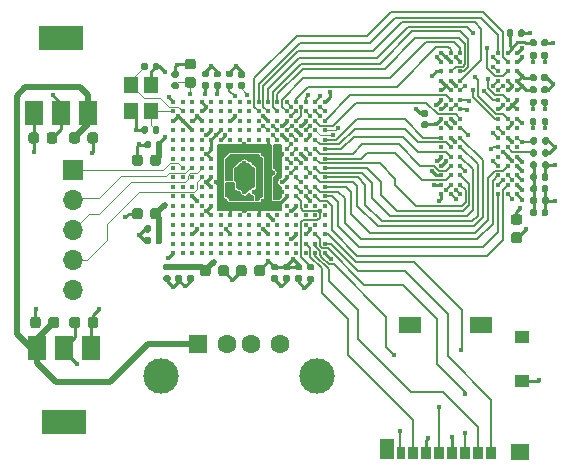
<source format=gbr>
%TF.GenerationSoftware,KiCad,Pcbnew,(5.1.7)-1*%
%TF.CreationDate,2021-06-10T10:44:11-07:00*%
%TF.ProjectId,Keychain,4b657963-6861-4696-9e2e-6b696361645f,rev?*%
%TF.SameCoordinates,Original*%
%TF.FileFunction,Copper,L1,Top*%
%TF.FilePolarity,Positive*%
%FSLAX46Y46*%
G04 Gerber Fmt 4.6, Leading zero omitted, Abs format (unit mm)*
G04 Created by KiCad (PCBNEW (5.1.7)-1) date 2021-06-10 10:44:11*
%MOMM*%
%LPD*%
G01*
G04 APERTURE LIST*
%TA.AperFunction,SMDPad,CuDef*%
%ADD10C,0.400000*%
%TD*%
%TA.AperFunction,SMDPad,CuDef*%
%ADD11R,1.200000X1.400000*%
%TD*%
%TA.AperFunction,SMDPad,CuDef*%
%ADD12R,1.500000X2.000000*%
%TD*%
%TA.AperFunction,SMDPad,CuDef*%
%ADD13R,3.800000X2.000000*%
%TD*%
%TA.AperFunction,ComponentPad*%
%ADD14C,1.600000*%
%TD*%
%TA.AperFunction,ComponentPad*%
%ADD15R,1.600000X1.500000*%
%TD*%
%TA.AperFunction,ComponentPad*%
%ADD16C,3.000000*%
%TD*%
%TA.AperFunction,ComponentPad*%
%ADD17O,1.700000X1.700000*%
%TD*%
%TA.AperFunction,ComponentPad*%
%ADD18R,1.700000X1.700000*%
%TD*%
%TA.AperFunction,SMDPad,CuDef*%
%ADD19R,1.900000X1.350000*%
%TD*%
%TA.AperFunction,SMDPad,CuDef*%
%ADD20R,1.200000X1.000000*%
%TD*%
%TA.AperFunction,SMDPad,CuDef*%
%ADD21R,1.550000X1.350000*%
%TD*%
%TA.AperFunction,SMDPad,CuDef*%
%ADD22R,1.170000X1.800000*%
%TD*%
%TA.AperFunction,SMDPad,CuDef*%
%ADD23R,0.850000X1.100000*%
%TD*%
%TA.AperFunction,SMDPad,CuDef*%
%ADD24R,0.750000X1.100000*%
%TD*%
%TA.AperFunction,ViaPad*%
%ADD25C,0.450000*%
%TD*%
%TA.AperFunction,Conductor*%
%ADD26C,0.250000*%
%TD*%
%TA.AperFunction,Conductor*%
%ADD27C,0.127000*%
%TD*%
%TA.AperFunction,Conductor*%
%ADD28C,0.500000*%
%TD*%
%TA.AperFunction,Conductor*%
%ADD29C,0.100000*%
%TD*%
%TA.AperFunction,Conductor*%
%ADD30C,0.145000*%
%TD*%
G04 APERTURE END LIST*
D10*
%TO.P,U1,A1*%
%TO.N,GND*%
X146281500Y-90524000D03*
%TO.P,U1,A2*%
%TO.N,/SD_D3*%
X145481500Y-90524000D03*
%TO.P,U1,A3*%
%TO.N,Net-(U1-PadA3)*%
X144681500Y-90524000D03*
%TO.P,U1,A4*%
%TO.N,Net-(U1-PadA4)*%
X143881500Y-90524000D03*
%TO.P,U1,A5*%
%TO.N,Net-(U1-PadA5)*%
X143081500Y-90524000D03*
%TO.P,U1,A6*%
%TO.N,Net-(U1-PadA6)*%
X142281500Y-90524000D03*
%TO.P,U1,A7*%
%TO.N,Net-(U1-PadA7)*%
X141481500Y-90524000D03*
%TO.P,U1,A8*%
%TO.N,Net-(U1-PadA8)*%
X140681500Y-90524000D03*
%TO.P,U1,A9*%
%TO.N,Net-(U1-PadA9)*%
X139881500Y-90524000D03*
%TO.P,U1,A10*%
%TO.N,Net-(U1-PadA10)*%
X139081500Y-90524000D03*
%TO.P,U1,A11*%
%TO.N,Net-(U1-PadA11)*%
X138281500Y-90524000D03*
%TO.P,U1,A12*%
%TO.N,Net-(U1-PadA12)*%
X137481500Y-90524000D03*
%TO.P,U1,A13*%
%TO.N,Net-(U1-PadA13)*%
X136681500Y-90524000D03*
%TO.P,U1,A14*%
%TO.N,Net-(U1-PadA14)*%
X135881500Y-90524000D03*
%TO.P,U1,A15*%
%TO.N,Net-(U1-PadA15)*%
X135081500Y-90524000D03*
%TO.P,U1,A16*%
%TO.N,Net-(U1-PadA16)*%
X134281500Y-90524000D03*
%TO.P,U1,A17*%
%TO.N,GND*%
X133481500Y-90524000D03*
%TO.P,U1,B1*%
%TO.N,/SD_D2*%
X146281500Y-89724000D03*
%TO.P,U1,B2*%
%TO.N,/SD_D1*%
X145481500Y-89724000D03*
%TO.P,U1,B3*%
%TO.N,/SD_D0*%
X144681500Y-89724000D03*
%TO.P,U1,B4*%
%TO.N,Net-(U1-PadB4)*%
X143881500Y-89724000D03*
%TO.P,U1,B5*%
%TO.N,Net-(U1-PadB5)*%
X143081500Y-89724000D03*
%TO.P,U1,B6*%
%TO.N,Net-(U1-PadB6)*%
X142281500Y-89724000D03*
%TO.P,U1,B7*%
%TO.N,Net-(U1-PadB7)*%
X141481500Y-89724000D03*
%TO.P,U1,B8*%
%TO.N,Net-(U1-PadB8)*%
X140681500Y-89724000D03*
%TO.P,U1,B9*%
%TO.N,Net-(U1-PadB9)*%
X139881500Y-89724000D03*
%TO.P,U1,B10*%
%TO.N,Net-(U1-PadB10)*%
X139081500Y-89724000D03*
%TO.P,U1,B11*%
%TO.N,Net-(U1-PadB11)*%
X138281500Y-89724000D03*
%TO.P,U1,B12*%
%TO.N,Net-(U1-PadB12)*%
X137481500Y-89724000D03*
%TO.P,U1,B13*%
%TO.N,Net-(U1-PadB13)*%
X136681500Y-89724000D03*
%TO.P,U1,B14*%
%TO.N,Net-(U1-PadB14)*%
X135881500Y-89724000D03*
%TO.P,U1,B15*%
%TO.N,Net-(U1-PadB15)*%
X135081500Y-89724000D03*
%TO.P,U1,B16*%
%TO.N,Net-(U1-PadB16)*%
X134281500Y-89724000D03*
%TO.P,U1,B17*%
%TO.N,Net-(U1-PadB17)*%
X133481500Y-89724000D03*
%TO.P,U1,C1*%
%TO.N,/SD_CLK*%
X146281500Y-88924000D03*
%TO.P,U1,C2*%
%TO.N,/SD_CMD*%
X145481500Y-88924000D03*
%TO.P,U1,C3*%
%TO.N,GND*%
X144681500Y-88924000D03*
%TO.P,U1,C4*%
%TO.N,+3V3*%
X143881500Y-88924000D03*
%TO.P,U1,C5*%
%TO.N,Net-(U1-PadC5)*%
X143081500Y-88924000D03*
%TO.P,U1,C6*%
%TO.N,Net-(U1-PadC6)*%
X142281500Y-88924000D03*
%TO.P,U1,C7*%
%TO.N,GND*%
X141481500Y-88924000D03*
%TO.P,U1,C8*%
%TO.N,Net-(U1-PadC8)*%
X140681500Y-88924000D03*
%TO.P,U1,C9*%
%TO.N,Net-(U1-PadC9)*%
X139881500Y-88924000D03*
%TO.P,U1,C10*%
%TO.N,Net-(U1-PadC10)*%
X139081500Y-88924000D03*
%TO.P,U1,C11*%
%TO.N,GND*%
X138281500Y-88924000D03*
%TO.P,U1,C12*%
%TO.N,Net-(U1-PadC12)*%
X137481500Y-88924000D03*
%TO.P,U1,C13*%
%TO.N,Net-(U1-PadC13)*%
X136681500Y-88924000D03*
%TO.P,U1,C14*%
%TO.N,Net-(U1-PadC14)*%
X135881500Y-88924000D03*
%TO.P,U1,C15*%
%TO.N,GND*%
X135081500Y-88924000D03*
%TO.P,U1,C16*%
%TO.N,Net-(U1-PadC16)*%
X134281500Y-88924000D03*
%TO.P,U1,C17*%
%TO.N,Net-(U1-PadC17)*%
X133481500Y-88924000D03*
%TO.P,U1,D1*%
%TO.N,Net-(U1-PadD1)*%
X146281500Y-88124000D03*
%TO.P,U1,D2*%
%TO.N,Net-(U1-PadD2)*%
X145481500Y-88124000D03*
%TO.P,U1,D3*%
%TO.N,Net-(U1-PadD3)*%
X144681500Y-88124000D03*
%TO.P,U1,D4*%
%TO.N,Net-(U1-PadD4)*%
X143881500Y-88124000D03*
%TO.P,U1,D5*%
%TO.N,Net-(U1-PadD5)*%
X143081500Y-88124000D03*
%TO.P,U1,D6*%
%TO.N,Net-(U1-PadD6)*%
X142281500Y-88124000D03*
%TO.P,U1,D7*%
%TO.N,Net-(U1-PadD7)*%
X141481500Y-88124000D03*
%TO.P,U1,D8*%
%TO.N,Net-(U1-PadD8)*%
X140681500Y-88124000D03*
%TO.P,U1,D9*%
%TO.N,Net-(U1-PadD9)*%
X139881500Y-88124000D03*
%TO.P,U1,D10*%
%TO.N,Net-(U1-PadD10)*%
X139081500Y-88124000D03*
%TO.P,U1,D11*%
%TO.N,Net-(U1-PadD11)*%
X138281500Y-88124000D03*
%TO.P,U1,D12*%
%TO.N,Net-(U1-PadD12)*%
X137481500Y-88124000D03*
%TO.P,U1,D13*%
%TO.N,Net-(U1-PadD13)*%
X136681500Y-88124000D03*
%TO.P,U1,D14*%
%TO.N,Net-(U1-PadD14)*%
X135881500Y-88124000D03*
%TO.P,U1,D15*%
%TO.N,Net-(U1-PadD15)*%
X135081500Y-88124000D03*
%TO.P,U1,D16*%
%TO.N,Net-(U1-PadD16)*%
X134281500Y-88124000D03*
%TO.P,U1,D17*%
%TO.N,Net-(U1-PadD17)*%
X133481500Y-88124000D03*
%TO.P,U1,E1*%
%TO.N,Net-(U1-PadE1)*%
X146281500Y-87324000D03*
%TO.P,U1,E2*%
%TO.N,Net-(U1-PadE2)*%
X145481500Y-87324000D03*
%TO.P,U1,E3*%
%TO.N,Net-(U1-PadE3)*%
X144681500Y-87324000D03*
%TO.P,U1,E4*%
%TO.N,Net-(U1-PadE4)*%
X143881500Y-87324000D03*
%TO.P,U1,E5*%
%TO.N,Net-(U1-PadE5)*%
X143081500Y-87324000D03*
%TO.P,U1,E6*%
%TO.N,Net-(U1-PadE6)*%
X142281500Y-87324000D03*
%TO.P,U1,E7*%
%TO.N,+3V3*%
X141481500Y-87324000D03*
%TO.P,U1,E8*%
%TO.N,GND*%
X140681500Y-87324000D03*
%TO.P,U1,E9*%
%TO.N,Net-(U1-PadE9)*%
X139881500Y-87324000D03*
%TO.P,U1,E10*%
%TO.N,Net-(U1-PadE10)*%
X139081500Y-87324000D03*
%TO.P,U1,E11*%
%TO.N,GND*%
X138281500Y-87324000D03*
%TO.P,U1,E12*%
%TO.N,Net-(U1-PadE12)*%
X137481500Y-87324000D03*
%TO.P,U1,E13*%
%TO.N,+3V3*%
X136681500Y-87324000D03*
%TO.P,U1,E14*%
%TO.N,Net-(U1-PadE14)*%
X135881500Y-87324000D03*
%TO.P,U1,E15*%
%TO.N,Net-(U1-PadE15)*%
X135081500Y-87324000D03*
%TO.P,U1,E16*%
%TO.N,Net-(U1-PadE16)*%
X134281500Y-87324000D03*
%TO.P,U1,E17*%
%TO.N,Net-(U1-PadE17)*%
X133481500Y-87324000D03*
%TO.P,U1,F1*%
%TO.N,Net-(U1-PadF1)*%
X146281500Y-86524000D03*
%TO.P,U1,F2*%
%TO.N,Net-(U1-PadF2)*%
X145481500Y-86524000D03*
%TO.P,U1,F3*%
%TO.N,Net-(U1-PadF3)*%
X144681500Y-86524000D03*
%TO.P,U1,F4*%
%TO.N,+3V3*%
X143881500Y-86524000D03*
%TO.P,U1,F5*%
%TO.N,Net-(U1-PadF5)*%
X143081500Y-86524000D03*
%TO.P,U1,F6*%
%TO.N,GND*%
X142281500Y-86524000D03*
%TO.P,U1,F7*%
X141481500Y-86524000D03*
%TO.P,U1,F8*%
X140681500Y-86524000D03*
%TO.P,U1,F9*%
X139881500Y-86524000D03*
%TO.P,U1,F10*%
X139081500Y-86524000D03*
%TO.P,U1,F11*%
X138281500Y-86524000D03*
%TO.P,U1,F12*%
X137481500Y-86524000D03*
%TO.P,U1,F13*%
%TO.N,+3V3*%
X136681500Y-86524000D03*
%TO.P,U1,F14*%
%TO.N,Net-(U1-PadF14)*%
X135881500Y-86524000D03*
%TO.P,U1,F15*%
%TO.N,Net-(U1-PadF15)*%
X135081500Y-86524000D03*
%TO.P,U1,F16*%
%TO.N,Net-(U1-PadF16)*%
X134281500Y-86524000D03*
%TO.P,U1,F17*%
%TO.N,Net-(U1-PadF17)*%
X133481500Y-86524000D03*
%TO.P,U1,G1*%
%TO.N,/A14*%
X146281500Y-85724000D03*
%TO.P,U1,G2*%
%TO.N,/A6*%
X145481500Y-85724000D03*
%TO.P,U1,G3*%
%TO.N,GND*%
X144681500Y-85724000D03*
%TO.P,U1,G4*%
%TO.N,/RESET#*%
X143881500Y-85724000D03*
%TO.P,U1,G5*%
%TO.N,GND*%
X143081500Y-85724000D03*
%TO.P,U1,G6*%
%TO.N,+1V5*%
X142281500Y-85724000D03*
%TO.P,U1,G7*%
%TO.N,GND*%
X141481500Y-85724000D03*
%TO.P,U1,G8*%
%TO.N,/SOC_CAP*%
X140681500Y-85724000D03*
%TO.P,U1,G9*%
%TO.N,/ARM_CAP*%
X139881500Y-85724000D03*
%TO.P,U1,G10*%
X139081500Y-85724000D03*
%TO.P,U1,G11*%
X138281500Y-85724000D03*
%TO.P,U1,G12*%
%TO.N,GND*%
X137481500Y-85724000D03*
%TO.P,U1,G13*%
%TO.N,Net-(U1-PadG13)*%
X136681500Y-85724000D03*
%TO.P,U1,G14*%
%TO.N,Net-(U1-PadG14)*%
X135881500Y-85724000D03*
%TO.P,U1,G15*%
%TO.N,GND*%
X135081500Y-85724000D03*
%TO.P,U1,G16*%
%TO.N,Net-(U1-PadG16)*%
X134281500Y-85724000D03*
%TO.P,U1,G17*%
%TO.N,Net-(U1-PadG17)*%
X133481500Y-85724000D03*
%TO.P,U1,H1*%
%TO.N,/BA1*%
X146281500Y-84924000D03*
%TO.P,U1,H2*%
%TO.N,/A1*%
X145481500Y-84924000D03*
%TO.P,U1,H3*%
%TO.N,/A13*%
X144681500Y-84924000D03*
%TO.P,U1,H4*%
%TO.N,/A7*%
X143881500Y-84924000D03*
%TO.P,U1,H5*%
%TO.N,Net-(U1-PadH5)*%
X143081500Y-84924000D03*
%TO.P,U1,H6*%
%TO.N,+1V5*%
X142281500Y-84924000D03*
%TO.P,U1,H7*%
%TO.N,GND*%
X141481500Y-84924000D03*
%TO.P,U1,H8*%
%TO.N,/SOC_CAP*%
X140681500Y-84924000D03*
%TO.P,U1,H9*%
%TO.N,+1V5*%
X139881500Y-84924000D03*
%TO.P,U1,H10*%
X139081500Y-84924000D03*
%TO.P,U1,H11*%
%TO.N,/ARM_CAP*%
X138281500Y-84924000D03*
%TO.P,U1,H12*%
%TO.N,GND*%
X137481500Y-84924000D03*
%TO.P,U1,H13*%
%TO.N,+3V3*%
X136681500Y-84924000D03*
%TO.P,U1,H14*%
%TO.N,Net-(U1-PadH14)*%
X135881500Y-84924000D03*
%TO.P,U1,H15*%
%TO.N,Net-(U1-PadH15)*%
X135081500Y-84924000D03*
%TO.P,U1,H16*%
%TO.N,Net-(U1-PadH16)*%
X134281500Y-84924000D03*
%TO.P,U1,H17*%
%TO.N,Net-(U1-PadH17)*%
X133481500Y-84924000D03*
%TO.P,U1,J1*%
%TO.N,/WE#*%
X146281500Y-84124000D03*
%TO.P,U1,J2*%
%TO.N,/CAS#*%
X145481500Y-84124000D03*
%TO.P,U1,J3*%
%TO.N,Net-(U1-PadJ3)*%
X144681500Y-84124000D03*
%TO.P,U1,J4*%
%TO.N,/A8*%
X143881500Y-84124000D03*
%TO.P,U1,J5*%
%TO.N,GND*%
X143081500Y-84124000D03*
%TO.P,U1,J6*%
%TO.N,+1V5*%
X142281500Y-84124000D03*
%TO.P,U1,J7*%
%TO.N,GND*%
X141481500Y-84124000D03*
%TO.P,U1,J8*%
%TO.N,/SOC_CAP*%
X140681500Y-84124000D03*
%TO.P,U1,J9*%
%TO.N,+1V5*%
X139881500Y-84124000D03*
%TO.P,U1,J10*%
X139081500Y-84124000D03*
%TO.P,U1,J11*%
%TO.N,/SOC_CAP*%
X138281500Y-84124000D03*
%TO.P,U1,J12*%
%TO.N,GND*%
X137481500Y-84124000D03*
%TO.P,U1,J13*%
%TO.N,+3V3*%
X136681500Y-84124000D03*
%TO.P,U1,J14*%
%TO.N,/RTS*%
X135881500Y-84124000D03*
%TO.P,U1,J15*%
%TO.N,Net-(U1-PadJ15)*%
X135081500Y-84124000D03*
%TO.P,U1,J16*%
%TO.N,Net-(U1-PadJ16)*%
X134281500Y-84124000D03*
%TO.P,U1,J17*%
%TO.N,Net-(U1-PadJ17)*%
X133481500Y-84124000D03*
%TO.P,U1,K1*%
%TO.N,/A2*%
X146281500Y-83324000D03*
%TO.P,U1,K2*%
%TO.N,/BA2*%
X145481500Y-83324000D03*
%TO.P,U1,K3*%
%TO.N,/A11*%
X144681500Y-83324000D03*
%TO.P,U1,K4*%
%TO.N,/A4*%
X143881500Y-83324000D03*
%TO.P,U1,K5*%
%TO.N,Net-(U1-PadK5)*%
X143081500Y-83324000D03*
%TO.P,U1,K6*%
%TO.N,+1V5*%
X142281500Y-83324000D03*
%TO.P,U1,K7*%
%TO.N,GND*%
X141481500Y-83324000D03*
%TO.P,U1,K8*%
%TO.N,/SOC_CAP*%
X140681500Y-83324000D03*
%TO.P,U1,K9*%
%TO.N,+1V5*%
X139881500Y-83324000D03*
%TO.P,U1,K10*%
X139081500Y-83324000D03*
%TO.P,U1,K11*%
%TO.N,/SOC_CAP*%
X138281500Y-83324000D03*
%TO.P,U1,K12*%
%TO.N,GND*%
X137481500Y-83324000D03*
%TO.P,U1,K13*%
%TO.N,Net-(U1-PadK13)*%
X136681500Y-83324000D03*
%TO.P,U1,K14*%
%TO.N,/TX*%
X135881500Y-83324000D03*
%TO.P,U1,K15*%
%TO.N,/CTS*%
X135081500Y-83324000D03*
%TO.P,U1,K16*%
%TO.N,/RX*%
X134281500Y-83324000D03*
%TO.P,U1,K17*%
%TO.N,Net-(U1-PadK17)*%
X133481500Y-83324000D03*
%TO.P,U1,L1*%
%TO.N,/A5*%
X146281500Y-82524000D03*
%TO.P,U1,L2*%
%TO.N,/A9*%
X145481500Y-82524000D03*
%TO.P,U1,L3*%
%TO.N,GND*%
X144681500Y-82524000D03*
%TO.P,U1,L4*%
%TO.N,/A12*%
X143881500Y-82524000D03*
%TO.P,U1,L5*%
%TO.N,/A0*%
X143081500Y-82524000D03*
%TO.P,U1,L6*%
%TO.N,+1V5*%
X142281500Y-82524000D03*
%TO.P,U1,L7*%
%TO.N,GND*%
X141481500Y-82524000D03*
%TO.P,U1,L8*%
%TO.N,/SOC_CAP*%
X140681500Y-82524000D03*
%TO.P,U1,L9*%
X139881500Y-82524000D03*
%TO.P,U1,L10*%
X139081500Y-82524000D03*
%TO.P,U1,L11*%
X138281500Y-82524000D03*
%TO.P,U1,L12*%
%TO.N,GND*%
X137481500Y-82524000D03*
%TO.P,U1,L13*%
%TO.N,+3V3*%
X136681500Y-82524000D03*
%TO.P,U1,L14*%
%TO.N,Net-(U1-PadL14)*%
X135881500Y-82524000D03*
%TO.P,U1,L15*%
%TO.N,Net-(U1-PadL15)*%
X135081500Y-82524000D03*
%TO.P,U1,L16*%
%TO.N,Net-(U1-PadL16)*%
X134281500Y-82524000D03*
%TO.P,U1,L17*%
%TO.N,Net-(U1-PadL17)*%
X133481500Y-82524000D03*
%TO.P,U1,M1*%
%TO.N,/BA0*%
X146281500Y-81724000D03*
%TO.P,U1,M2*%
%TO.N,/A3*%
X145481500Y-81724000D03*
%TO.P,U1,M3*%
%TO.N,/CKE0*%
X144681500Y-81724000D03*
%TO.P,U1,M4*%
%TO.N,/A10*%
X143881500Y-81724000D03*
%TO.P,U1,M5*%
%TO.N,/RAS#*%
X143081500Y-81724000D03*
%TO.P,U1,M6*%
%TO.N,+1V5*%
X142281500Y-81724000D03*
%TO.P,U1,M7*%
%TO.N,GND*%
X141481500Y-81724000D03*
%TO.P,U1,M8*%
X140681500Y-81724000D03*
%TO.P,U1,M9*%
X139881500Y-81724000D03*
%TO.P,U1,M10*%
X139081500Y-81724000D03*
%TO.P,U1,M11*%
X138281500Y-81724000D03*
%TO.P,U1,M12*%
X137481500Y-81724000D03*
%TO.P,U1,M13*%
%TO.N,+3V3*%
X136681500Y-81724000D03*
%TO.P,U1,M14*%
%TO.N,Net-(U1-PadM14)*%
X135881500Y-81724000D03*
%TO.P,U1,M15*%
%TO.N,Net-(U1-PadM15)*%
X135081500Y-81724000D03*
%TO.P,U1,M16*%
%TO.N,Net-(U1-PadM16)*%
X134281500Y-81724000D03*
%TO.P,U1,M17*%
%TO.N,Net-(U1-PadM17)*%
X133481500Y-81724000D03*
%TO.P,U1,N1*%
%TO.N,/ODT0*%
X146281500Y-80924000D03*
%TO.P,U1,N2*%
%TO.N,/CS0#*%
X145481500Y-80924000D03*
%TO.P,U1,N3*%
%TO.N,GND*%
X144681500Y-80924000D03*
%TO.P,U1,N4*%
%TO.N,/ZQPAD*%
X143881500Y-80924000D03*
%TO.P,U1,N5*%
%TO.N,GND*%
X143081500Y-80924000D03*
%TO.P,U1,N6*%
%TO.N,/VDD_HIGH_CAP*%
X142281500Y-80924000D03*
%TO.P,U1,N7*%
%TO.N,GND*%
X141481500Y-80924000D03*
%TO.P,U1,N8*%
%TO.N,Net-(U1-PadN8)*%
X140681500Y-80924000D03*
%TO.P,U1,N9*%
%TO.N,Net-(U1-PadN9)*%
X139881500Y-80924000D03*
%TO.P,U1,N10*%
%TO.N,Net-(U1-PadN10)*%
X139081500Y-80924000D03*
%TO.P,U1,N11*%
%TO.N,Net-(U1-PadN11)*%
X138281500Y-80924000D03*
%TO.P,U1,N12*%
%TO.N,/SNVS_CAP*%
X137481500Y-80924000D03*
%TO.P,U1,N13*%
%TO.N,+3V3*%
X136681500Y-80924000D03*
%TO.P,U1,N14*%
%TO.N,Net-(U1-PadN14)*%
X135881500Y-80924000D03*
%TO.P,U1,N15*%
%TO.N,Net-(U1-PadN15)*%
X135081500Y-80924000D03*
%TO.P,U1,N16*%
%TO.N,Net-(U1-PadN16)*%
X134281500Y-80924000D03*
%TO.P,U1,N17*%
%TO.N,Net-(U1-PadN17)*%
X133481500Y-80924000D03*
%TO.P,U1,P1*%
%TO.N,/CK+*%
X146281500Y-80124000D03*
%TO.P,U1,P2*%
%TO.N,/CK-*%
X145481500Y-80124000D03*
%TO.P,U1,P3*%
%TO.N,/DQU5*%
X144681500Y-80124000D03*
%TO.P,U1,P4*%
%TO.N,VREFDDR*%
X143881500Y-80124000D03*
%TO.P,U1,P5*%
%TO.N,/DQU4*%
X143081500Y-80124000D03*
%TO.P,U1,P6*%
%TO.N,/DQSL+*%
X142281500Y-80124000D03*
%TO.P,U1,P7*%
%TO.N,/DQSL-*%
X141481500Y-80124000D03*
%TO.P,U1,P8*%
%TO.N,Net-(U1-PadP8)*%
X140681500Y-80124000D03*
%TO.P,U1,P9*%
%TO.N,Net-(U1-PadP9)*%
X139881500Y-80124000D03*
%TO.P,U1,P10*%
%TO.N,Net-(U1-PadP10)*%
X139081500Y-80124000D03*
%TO.P,U1,P11*%
%TO.N,Net-(U1-PadP11)*%
X138281500Y-80124000D03*
%TO.P,U1,P12*%
%TO.N,+3V3*%
X137481500Y-80124000D03*
%TO.P,U1,P13*%
%TO.N,/NVCC_PLL*%
X136681500Y-80124000D03*
%TO.P,U1,P14*%
%TO.N,Net-(U1-PadP14)*%
X135881500Y-80124000D03*
%TO.P,U1,P15*%
%TO.N,GND*%
X135081500Y-80124000D03*
%TO.P,U1,P16*%
%TO.N,Net-(U1-PadP16)*%
X134281500Y-80124000D03*
%TO.P,U1,P17*%
%TO.N,Net-(U1-PadP17)*%
X133481500Y-80124000D03*
%TO.P,U1,R1*%
%TO.N,/DQU7*%
X146281500Y-79324000D03*
%TO.P,U1,R2*%
%TO.N,/DQU6*%
X145481500Y-79324000D03*
%TO.P,U1,R3*%
%TO.N,GND*%
X144681500Y-79324000D03*
%TO.P,U1,R4*%
%TO.N,/DQU3*%
X143881500Y-79324000D03*
%TO.P,U1,R5*%
%TO.N,GND*%
X143081500Y-79324000D03*
%TO.P,U1,R6*%
%TO.N,Net-(U1-PadR6)*%
X142281500Y-79324000D03*
%TO.P,U1,R7*%
%TO.N,GND*%
X141481500Y-79324000D03*
%TO.P,U1,R8*%
%TO.N,Net-(U1-PadR8)*%
X140681500Y-79324000D03*
%TO.P,U1,R9*%
%TO.N,Net-(U1-PadR9)*%
X139881500Y-79324000D03*
%TO.P,U1,R10*%
%TO.N,Net-(U1-PadR10)*%
X139081500Y-79324000D03*
%TO.P,U1,R11*%
%TO.N,GND*%
X138281500Y-79324000D03*
%TO.P,U1,R12*%
%TO.N,Net-(U1-PadR12)*%
X137481500Y-79324000D03*
%TO.P,U1,R13*%
%TO.N,Net-(U1-PadR13)*%
X136681500Y-79324000D03*
%TO.P,U1,R14*%
%TO.N,/HIGH_CAP*%
X135881500Y-79324000D03*
%TO.P,U1,R15*%
X135081500Y-79324000D03*
%TO.P,U1,R16*%
%TO.N,GND*%
X134281500Y-79324000D03*
%TO.P,U1,R17*%
X133481500Y-79324000D03*
%TO.P,U1,T1*%
%TO.N,/DQSU+*%
X146281500Y-78524000D03*
%TO.P,U1,T2*%
%TO.N,/DQSU-*%
X145481500Y-78524000D03*
%TO.P,U1,T3*%
%TO.N,/DMU*%
X144681500Y-78524000D03*
%TO.P,U1,T4*%
%TO.N,/DQL0*%
X143881500Y-78524000D03*
%TO.P,U1,T5*%
%TO.N,/DQL6*%
X143081500Y-78524000D03*
%TO.P,U1,T6*%
%TO.N,/DQL2*%
X142281500Y-78524000D03*
%TO.P,U1,T7*%
%TO.N,/DML*%
X141481500Y-78524000D03*
%TO.P,U1,T8*%
%TO.N,/DQL5*%
X140681500Y-78524000D03*
%TO.P,U1,T9*%
%TO.N,Net-(U1-PadT9)*%
X139881500Y-78524000D03*
%TO.P,U1,T10*%
%TO.N,Net-(U1-PadT10)*%
X139081500Y-78524000D03*
%TO.P,U1,T11*%
%TO.N,Net-(U1-PadT11)*%
X138281500Y-78524000D03*
%TO.P,U1,T12*%
%TO.N,Net-(U1-PadT12)*%
X137481500Y-78524000D03*
%TO.P,U1,T13*%
%TO.N,Net-(U1-PadT13)*%
X136681500Y-78524000D03*
%TO.P,U1,T14*%
%TO.N,GND*%
X135881500Y-78524000D03*
%TO.P,U1,T15*%
%TO.N,Net-(U1-PadT15)*%
X135081500Y-78524000D03*
%TO.P,U1,T16*%
%TO.N,/XTALI*%
X134281500Y-78524000D03*
%TO.P,U1,T17*%
%TO.N,/XTALO*%
X133481500Y-78524000D03*
%TO.P,U1,U1*%
%TO.N,GND*%
X146281500Y-77724000D03*
%TO.P,U1,U2*%
%TO.N,/DQU0*%
X145481500Y-77724000D03*
%TO.P,U1,U3*%
%TO.N,/DQU1*%
X144681500Y-77724000D03*
%TO.P,U1,U4*%
%TO.N,/DQL7*%
X143881500Y-77724000D03*
%TO.P,U1,U5*%
%TO.N,/DQU2*%
X143081500Y-77724000D03*
%TO.P,U1,U6*%
%TO.N,/DQL1*%
X142281500Y-77724000D03*
%TO.P,U1,U7*%
%TO.N,/DQL3*%
X141481500Y-77724000D03*
%TO.P,U1,U8*%
%TO.N,/DQL4*%
X140681500Y-77724000D03*
%TO.P,U1,U9*%
%TO.N,Net-(U1-PadU9)*%
X139881500Y-77724000D03*
%TO.P,U1,U10*%
%TO.N,Net-(U1-PadU10)*%
X139081500Y-77724000D03*
%TO.P,U1,U11*%
%TO.N,Net-(U1-PadU11)*%
X138281500Y-77724000D03*
%TO.P,U1,U12*%
%TO.N,Net-(U1-PadU12)*%
X137481500Y-77724000D03*
%TO.P,U1,U13*%
%TO.N,Net-(U1-PadU13)*%
X136681500Y-77724000D03*
%TO.P,U1,U14*%
%TO.N,GND*%
X135881500Y-77724000D03*
%TO.P,U1,U15*%
%TO.N,Net-(U1-PadU15)*%
X135081500Y-77724000D03*
%TO.P,U1,U16*%
%TO.N,Net-(U1-PadU16)*%
X134281500Y-77724000D03*
%TO.P,U1,U17*%
%TO.N,GND*%
X133481500Y-77724000D03*
%TD*%
%TO.P,C27,2*%
%TO.N,GND*%
%TA.AperFunction,SMDPad,CuDef*%
G36*
G01*
X164650000Y-87270000D02*
X164650000Y-86930000D01*
G75*
G02*
X164790000Y-86790000I140000J0D01*
G01*
X165070000Y-86790000D01*
G75*
G02*
X165210000Y-86930000I0J-140000D01*
G01*
X165210000Y-87270000D01*
G75*
G02*
X165070000Y-87410000I-140000J0D01*
G01*
X164790000Y-87410000D01*
G75*
G02*
X164650000Y-87270000I0J140000D01*
G01*
G37*
%TD.AperFunction*%
%TO.P,C27,1*%
%TO.N,VREFDDR*%
%TA.AperFunction,SMDPad,CuDef*%
G36*
G01*
X163690000Y-87270000D02*
X163690000Y-86930000D01*
G75*
G02*
X163830000Y-86790000I140000J0D01*
G01*
X164110000Y-86790000D01*
G75*
G02*
X164250000Y-86930000I0J-140000D01*
G01*
X164250000Y-87270000D01*
G75*
G02*
X164110000Y-87410000I-140000J0D01*
G01*
X163830000Y-87410000D01*
G75*
G02*
X163690000Y-87270000I0J140000D01*
G01*
G37*
%TD.AperFunction*%
%TD*%
D11*
%TO.P,Y1,4*%
%TO.N,GND*%
X131575000Y-76300000D03*
%TO.P,Y1,3*%
%TO.N,/XTALO*%
X131575000Y-78500000D03*
%TO.P,Y1,2*%
%TO.N,GND*%
X129875000Y-78500000D03*
%TO.P,Y1,1*%
%TO.N,/XTALI*%
X129875000Y-76300000D03*
%TD*%
D12*
%TO.P,U4,1*%
%TO.N,GND*%
X121675000Y-78650000D03*
%TO.P,U4,3*%
%TO.N,+5V*%
X126275000Y-78650000D03*
%TO.P,U4,2*%
%TO.N,+1V5*%
X123975000Y-78650000D03*
D13*
%TO.P,U4,4*%
%TO.N,GND*%
X123975000Y-72350000D03*
%TD*%
D12*
%TO.P,U3,1*%
%TO.N,GND*%
X126525000Y-98550000D03*
%TO.P,U3,3*%
%TO.N,+5V*%
X121925000Y-98550000D03*
%TO.P,U3,2*%
%TO.N,+3V3*%
X124225000Y-98550000D03*
D13*
%TO.P,U3,4*%
%TO.N,GND*%
X124225000Y-104850000D03*
%TD*%
%TO.P,R8,2*%
%TO.N,/ZQ*%
%TA.AperFunction,SMDPad,CuDef*%
G36*
G01*
X164235000Y-81865000D02*
X164235000Y-82235000D01*
G75*
G02*
X164100000Y-82370000I-135000J0D01*
G01*
X163830000Y-82370000D01*
G75*
G02*
X163695000Y-82235000I0J135000D01*
G01*
X163695000Y-81865000D01*
G75*
G02*
X163830000Y-81730000I135000J0D01*
G01*
X164100000Y-81730000D01*
G75*
G02*
X164235000Y-81865000I0J-135000D01*
G01*
G37*
%TD.AperFunction*%
%TO.P,R8,1*%
%TO.N,GND*%
%TA.AperFunction,SMDPad,CuDef*%
G36*
G01*
X165255000Y-81865000D02*
X165255000Y-82235000D01*
G75*
G02*
X165120000Y-82370000I-135000J0D01*
G01*
X164850000Y-82370000D01*
G75*
G02*
X164715000Y-82235000I0J135000D01*
G01*
X164715000Y-81865000D01*
G75*
G02*
X164850000Y-81730000I135000J0D01*
G01*
X165120000Y-81730000D01*
G75*
G02*
X165255000Y-81865000I0J-135000D01*
G01*
G37*
%TD.AperFunction*%
%TD*%
%TO.P,R4,2*%
%TO.N,/ZQPAD*%
%TA.AperFunction,SMDPad,CuDef*%
G36*
G01*
X138040000Y-76090000D02*
X138410000Y-76090000D01*
G75*
G02*
X138545000Y-76225000I0J-135000D01*
G01*
X138545000Y-76495000D01*
G75*
G02*
X138410000Y-76630000I-135000J0D01*
G01*
X138040000Y-76630000D01*
G75*
G02*
X137905000Y-76495000I0J135000D01*
G01*
X137905000Y-76225000D01*
G75*
G02*
X138040000Y-76090000I135000J0D01*
G01*
G37*
%TD.AperFunction*%
%TO.P,R4,1*%
%TO.N,GND*%
%TA.AperFunction,SMDPad,CuDef*%
G36*
G01*
X138040000Y-75070000D02*
X138410000Y-75070000D01*
G75*
G02*
X138545000Y-75205000I0J-135000D01*
G01*
X138545000Y-75475000D01*
G75*
G02*
X138410000Y-75610000I-135000J0D01*
G01*
X138040000Y-75610000D01*
G75*
G02*
X137905000Y-75475000I0J135000D01*
G01*
X137905000Y-75205000D01*
G75*
G02*
X138040000Y-75070000I135000J0D01*
G01*
G37*
%TD.AperFunction*%
%TD*%
%TO.P,R3,2*%
%TO.N,GND*%
%TA.AperFunction,SMDPad,CuDef*%
G36*
G01*
X164715000Y-81210000D02*
X164715000Y-80840000D01*
G75*
G02*
X164850000Y-80705000I135000J0D01*
G01*
X165120000Y-80705000D01*
G75*
G02*
X165255000Y-80840000I0J-135000D01*
G01*
X165255000Y-81210000D01*
G75*
G02*
X165120000Y-81345000I-135000J0D01*
G01*
X164850000Y-81345000D01*
G75*
G02*
X164715000Y-81210000I0J135000D01*
G01*
G37*
%TD.AperFunction*%
%TO.P,R3,1*%
%TO.N,/CKE0*%
%TA.AperFunction,SMDPad,CuDef*%
G36*
G01*
X163695000Y-81210000D02*
X163695000Y-80840000D01*
G75*
G02*
X163830000Y-80705000I135000J0D01*
G01*
X164100000Y-80705000D01*
G75*
G02*
X164235000Y-80840000I0J-135000D01*
G01*
X164235000Y-81210000D01*
G75*
G02*
X164100000Y-81345000I-135000J0D01*
G01*
X163830000Y-81345000D01*
G75*
G02*
X163695000Y-81210000I0J135000D01*
G01*
G37*
%TD.AperFunction*%
%TD*%
%TO.P,R1,2*%
%TO.N,GND*%
%TA.AperFunction,SMDPad,CuDef*%
G36*
G01*
X144915000Y-92465000D02*
X145285000Y-92465000D01*
G75*
G02*
X145420000Y-92600000I0J-135000D01*
G01*
X145420000Y-92870000D01*
G75*
G02*
X145285000Y-93005000I-135000J0D01*
G01*
X144915000Y-93005000D01*
G75*
G02*
X144780000Y-92870000I0J135000D01*
G01*
X144780000Y-92600000D01*
G75*
G02*
X144915000Y-92465000I135000J0D01*
G01*
G37*
%TD.AperFunction*%
%TO.P,R1,1*%
%TO.N,/RESET#*%
%TA.AperFunction,SMDPad,CuDef*%
G36*
G01*
X144915000Y-91445000D02*
X145285000Y-91445000D01*
G75*
G02*
X145420000Y-91580000I0J-135000D01*
G01*
X145420000Y-91850000D01*
G75*
G02*
X145285000Y-91985000I-135000J0D01*
G01*
X144915000Y-91985000D01*
G75*
G02*
X144780000Y-91850000I0J135000D01*
G01*
X144780000Y-91580000D01*
G75*
G02*
X144915000Y-91445000I135000J0D01*
G01*
G37*
%TD.AperFunction*%
%TD*%
D14*
%TO.P,J3,4*%
%TO.N,GND*%
X142525000Y-98200000D03*
%TO.P,J3,3*%
%TO.N,Net-(J3-Pad3)*%
X140025000Y-98200000D03*
%TO.P,J3,2*%
%TO.N,Net-(J3-Pad2)*%
X138025000Y-98200000D03*
D15*
%TO.P,J3,1*%
%TO.N,+5V*%
X135525000Y-98200000D03*
D16*
%TO.P,J3,5*%
%TO.N,GND*%
X145595000Y-100910000D03*
X132455000Y-100910000D03*
%TD*%
D17*
%TO.P,J2,5*%
%TO.N,GND*%
X125000000Y-93635000D03*
%TO.P,J2,4*%
%TO.N,/RTS*%
X125000000Y-91095000D03*
%TO.P,J2,3*%
%TO.N,/TX*%
X125000000Y-88555000D03*
%TO.P,J2,2*%
%TO.N,/CTS*%
X125000000Y-86015000D03*
D18*
%TO.P,J2,1*%
%TO.N,/RX*%
X125000000Y-83475000D03*
%TD*%
D19*
%TO.P,J1,11*%
%TO.N,N/C*%
X153545000Y-96650000D03*
X159515000Y-96650000D03*
D20*
%TO.P,J1,9*%
%TO.N,GND*%
X163015000Y-101325000D03*
%TO.P,J1,10*%
%TO.N,N/C*%
X163015000Y-97625000D03*
D21*
%TO.P,J1,11*%
X162840000Y-107350000D03*
D22*
X151520000Y-107125000D03*
D23*
%TO.P,J1,7*%
%TO.N,/SD_D0*%
X153780000Y-107475000D03*
%TO.P,J1,6*%
%TO.N,GND*%
X154880000Y-107475000D03*
%TO.P,J1,5*%
%TO.N,/SD_CLK*%
X155980000Y-107475000D03*
%TO.P,J1,4*%
%TO.N,+3V3*%
X157080000Y-107475000D03*
%TO.P,J1,3*%
%TO.N,/SD_CMD*%
X158180000Y-107475000D03*
%TO.P,J1,2*%
%TO.N,/SD_D3*%
X159280000Y-107475000D03*
D24*
%TO.P,J1,8*%
%TO.N,/SD_D1*%
X152730000Y-107475000D03*
D23*
%TO.P,J1,1*%
%TO.N,/SD_D2*%
X160380000Y-107475000D03*
%TD*%
%TO.P,C39,2*%
%TO.N,GND*%
%TA.AperFunction,SMDPad,CuDef*%
G36*
G01*
X154920000Y-78975000D02*
X154580000Y-78975000D01*
G75*
G02*
X154440000Y-78835000I0J140000D01*
G01*
X154440000Y-78555000D01*
G75*
G02*
X154580000Y-78415000I140000J0D01*
G01*
X154920000Y-78415000D01*
G75*
G02*
X155060000Y-78555000I0J-140000D01*
G01*
X155060000Y-78835000D01*
G75*
G02*
X154920000Y-78975000I-140000J0D01*
G01*
G37*
%TD.AperFunction*%
%TO.P,C39,1*%
%TO.N,VREFDDR*%
%TA.AperFunction,SMDPad,CuDef*%
G36*
G01*
X154920000Y-79935000D02*
X154580000Y-79935000D01*
G75*
G02*
X154440000Y-79795000I0J140000D01*
G01*
X154440000Y-79515000D01*
G75*
G02*
X154580000Y-79375000I140000J0D01*
G01*
X154920000Y-79375000D01*
G75*
G02*
X155060000Y-79515000I0J-140000D01*
G01*
X155060000Y-79795000D01*
G75*
G02*
X154920000Y-79935000I-140000J0D01*
G01*
G37*
%TD.AperFunction*%
%TD*%
%TO.P,C38,2*%
%TO.N,GND*%
%TA.AperFunction,SMDPad,CuDef*%
G36*
G01*
X164625000Y-75845000D02*
X164625000Y-75505000D01*
G75*
G02*
X164765000Y-75365000I140000J0D01*
G01*
X165045000Y-75365000D01*
G75*
G02*
X165185000Y-75505000I0J-140000D01*
G01*
X165185000Y-75845000D01*
G75*
G02*
X165045000Y-75985000I-140000J0D01*
G01*
X164765000Y-75985000D01*
G75*
G02*
X164625000Y-75845000I0J140000D01*
G01*
G37*
%TD.AperFunction*%
%TO.P,C38,1*%
%TO.N,+1V5*%
%TA.AperFunction,SMDPad,CuDef*%
G36*
G01*
X163665000Y-75845000D02*
X163665000Y-75505000D01*
G75*
G02*
X163805000Y-75365000I140000J0D01*
G01*
X164085000Y-75365000D01*
G75*
G02*
X164225000Y-75505000I0J-140000D01*
G01*
X164225000Y-75845000D01*
G75*
G02*
X164085000Y-75985000I-140000J0D01*
G01*
X163805000Y-75985000D01*
G75*
G02*
X163665000Y-75845000I0J140000D01*
G01*
G37*
%TD.AperFunction*%
%TD*%
%TO.P,C37,2*%
%TO.N,GND*%
%TA.AperFunction,SMDPad,CuDef*%
G36*
G01*
X164625000Y-72895000D02*
X164625000Y-72555000D01*
G75*
G02*
X164765000Y-72415000I140000J0D01*
G01*
X165045000Y-72415000D01*
G75*
G02*
X165185000Y-72555000I0J-140000D01*
G01*
X165185000Y-72895000D01*
G75*
G02*
X165045000Y-73035000I-140000J0D01*
G01*
X164765000Y-73035000D01*
G75*
G02*
X164625000Y-72895000I0J140000D01*
G01*
G37*
%TD.AperFunction*%
%TO.P,C37,1*%
%TO.N,+1V5*%
%TA.AperFunction,SMDPad,CuDef*%
G36*
G01*
X163665000Y-72895000D02*
X163665000Y-72555000D01*
G75*
G02*
X163805000Y-72415000I140000J0D01*
G01*
X164085000Y-72415000D01*
G75*
G02*
X164225000Y-72555000I0J-140000D01*
G01*
X164225000Y-72895000D01*
G75*
G02*
X164085000Y-73035000I-140000J0D01*
G01*
X163805000Y-73035000D01*
G75*
G02*
X163665000Y-72895000I0J140000D01*
G01*
G37*
%TD.AperFunction*%
%TD*%
%TO.P,C36,2*%
%TO.N,GND*%
%TA.AperFunction,SMDPad,CuDef*%
G36*
G01*
X139420000Y-75675000D02*
X139080000Y-75675000D01*
G75*
G02*
X138940000Y-75535000I0J140000D01*
G01*
X138940000Y-75255000D01*
G75*
G02*
X139080000Y-75115000I140000J0D01*
G01*
X139420000Y-75115000D01*
G75*
G02*
X139560000Y-75255000I0J-140000D01*
G01*
X139560000Y-75535000D01*
G75*
G02*
X139420000Y-75675000I-140000J0D01*
G01*
G37*
%TD.AperFunction*%
%TO.P,C36,1*%
%TO.N,/VDD_HIGH_CAP*%
%TA.AperFunction,SMDPad,CuDef*%
G36*
G01*
X139420000Y-76635000D02*
X139080000Y-76635000D01*
G75*
G02*
X138940000Y-76495000I0J140000D01*
G01*
X138940000Y-76215000D01*
G75*
G02*
X139080000Y-76075000I140000J0D01*
G01*
X139420000Y-76075000D01*
G75*
G02*
X139560000Y-76215000I0J-140000D01*
G01*
X139560000Y-76495000D01*
G75*
G02*
X139420000Y-76635000I-140000J0D01*
G01*
G37*
%TD.AperFunction*%
%TD*%
%TO.P,C32,2*%
%TO.N,GND*%
%TA.AperFunction,SMDPad,CuDef*%
G36*
G01*
X131725000Y-74895000D02*
X131725000Y-74555000D01*
G75*
G02*
X131865000Y-74415000I140000J0D01*
G01*
X132145000Y-74415000D01*
G75*
G02*
X132285000Y-74555000I0J-140000D01*
G01*
X132285000Y-74895000D01*
G75*
G02*
X132145000Y-75035000I-140000J0D01*
G01*
X131865000Y-75035000D01*
G75*
G02*
X131725000Y-74895000I0J140000D01*
G01*
G37*
%TD.AperFunction*%
%TO.P,C32,1*%
%TO.N,/XTALI*%
%TA.AperFunction,SMDPad,CuDef*%
G36*
G01*
X130765000Y-74895000D02*
X130765000Y-74555000D01*
G75*
G02*
X130905000Y-74415000I140000J0D01*
G01*
X131185000Y-74415000D01*
G75*
G02*
X131325000Y-74555000I0J-140000D01*
G01*
X131325000Y-74895000D01*
G75*
G02*
X131185000Y-75035000I-140000J0D01*
G01*
X130905000Y-75035000D01*
G75*
G02*
X130765000Y-74895000I0J140000D01*
G01*
G37*
%TD.AperFunction*%
%TD*%
%TO.P,C30,2*%
%TO.N,GND*%
%TA.AperFunction,SMDPad,CuDef*%
G36*
G01*
X131325000Y-79930000D02*
X131325000Y-80270000D01*
G75*
G02*
X131185000Y-80410000I-140000J0D01*
G01*
X130905000Y-80410000D01*
G75*
G02*
X130765000Y-80270000I0J140000D01*
G01*
X130765000Y-79930000D01*
G75*
G02*
X130905000Y-79790000I140000J0D01*
G01*
X131185000Y-79790000D01*
G75*
G02*
X131325000Y-79930000I0J-140000D01*
G01*
G37*
%TD.AperFunction*%
%TO.P,C30,1*%
%TO.N,/XTALO*%
%TA.AperFunction,SMDPad,CuDef*%
G36*
G01*
X132285000Y-79930000D02*
X132285000Y-80270000D01*
G75*
G02*
X132145000Y-80410000I-140000J0D01*
G01*
X131865000Y-80410000D01*
G75*
G02*
X131725000Y-80270000I0J140000D01*
G01*
X131725000Y-79930000D01*
G75*
G02*
X131865000Y-79790000I140000J0D01*
G01*
X132145000Y-79790000D01*
G75*
G02*
X132285000Y-79930000I0J-140000D01*
G01*
G37*
%TD.AperFunction*%
%TD*%
%TO.P,C22,2*%
%TO.N,GND*%
%TA.AperFunction,SMDPad,CuDef*%
G36*
G01*
X122100000Y-80525000D02*
X122100000Y-81025000D01*
G75*
G02*
X121875000Y-81250000I-225000J0D01*
G01*
X121425000Y-81250000D01*
G75*
G02*
X121200000Y-81025000I0J225000D01*
G01*
X121200000Y-80525000D01*
G75*
G02*
X121425000Y-80300000I225000J0D01*
G01*
X121875000Y-80300000D01*
G75*
G02*
X122100000Y-80525000I0J-225000D01*
G01*
G37*
%TD.AperFunction*%
%TO.P,C22,1*%
%TO.N,+1V5*%
%TA.AperFunction,SMDPad,CuDef*%
G36*
G01*
X123650000Y-80525000D02*
X123650000Y-81025000D01*
G75*
G02*
X123425000Y-81250000I-225000J0D01*
G01*
X122975000Y-81250000D01*
G75*
G02*
X122750000Y-81025000I0J225000D01*
G01*
X122750000Y-80525000D01*
G75*
G02*
X122975000Y-80300000I225000J0D01*
G01*
X123425000Y-80300000D01*
G75*
G02*
X123650000Y-80525000I0J-225000D01*
G01*
G37*
%TD.AperFunction*%
%TD*%
%TO.P,C20,2*%
%TO.N,GND*%
%TA.AperFunction,SMDPad,CuDef*%
G36*
G01*
X126200000Y-81025000D02*
X126200000Y-80525000D01*
G75*
G02*
X126425000Y-80300000I225000J0D01*
G01*
X126875000Y-80300000D01*
G75*
G02*
X127100000Y-80525000I0J-225000D01*
G01*
X127100000Y-81025000D01*
G75*
G02*
X126875000Y-81250000I-225000J0D01*
G01*
X126425000Y-81250000D01*
G75*
G02*
X126200000Y-81025000I0J225000D01*
G01*
G37*
%TD.AperFunction*%
%TO.P,C20,1*%
%TO.N,+5V*%
%TA.AperFunction,SMDPad,CuDef*%
G36*
G01*
X124650000Y-81025000D02*
X124650000Y-80525000D01*
G75*
G02*
X124875000Y-80300000I225000J0D01*
G01*
X125325000Y-80300000D01*
G75*
G02*
X125550000Y-80525000I0J-225000D01*
G01*
X125550000Y-81025000D01*
G75*
G02*
X125325000Y-81250000I-225000J0D01*
G01*
X124875000Y-81250000D01*
G75*
G02*
X124650000Y-81025000I0J225000D01*
G01*
G37*
%TD.AperFunction*%
%TD*%
%TO.P,C19,2*%
%TO.N,GND*%
%TA.AperFunction,SMDPad,CuDef*%
G36*
G01*
X130875000Y-82425000D02*
X130875000Y-82925000D01*
G75*
G02*
X130650000Y-83150000I-225000J0D01*
G01*
X130200000Y-83150000D01*
G75*
G02*
X129975000Y-82925000I0J225000D01*
G01*
X129975000Y-82425000D01*
G75*
G02*
X130200000Y-82200000I225000J0D01*
G01*
X130650000Y-82200000D01*
G75*
G02*
X130875000Y-82425000I0J-225000D01*
G01*
G37*
%TD.AperFunction*%
%TO.P,C19,1*%
%TO.N,/HIGH_CAP*%
%TA.AperFunction,SMDPad,CuDef*%
G36*
G01*
X132425000Y-82425000D02*
X132425000Y-82925000D01*
G75*
G02*
X132200000Y-83150000I-225000J0D01*
G01*
X131750000Y-83150000D01*
G75*
G02*
X131525000Y-82925000I0J225000D01*
G01*
X131525000Y-82425000D01*
G75*
G02*
X131750000Y-82200000I225000J0D01*
G01*
X132200000Y-82200000D01*
G75*
G02*
X132425000Y-82425000I0J-225000D01*
G01*
G37*
%TD.AperFunction*%
%TD*%
%TO.P,C18,2*%
%TO.N,GND*%
%TA.AperFunction,SMDPad,CuDef*%
G36*
G01*
X137275000Y-92275000D02*
X137275000Y-91775000D01*
G75*
G02*
X137500000Y-91550000I225000J0D01*
G01*
X137950000Y-91550000D01*
G75*
G02*
X138175000Y-91775000I0J-225000D01*
G01*
X138175000Y-92275000D01*
G75*
G02*
X137950000Y-92500000I-225000J0D01*
G01*
X137500000Y-92500000D01*
G75*
G02*
X137275000Y-92275000I0J225000D01*
G01*
G37*
%TD.AperFunction*%
%TO.P,C18,1*%
%TO.N,/SOC_CAP*%
%TA.AperFunction,SMDPad,CuDef*%
G36*
G01*
X135725000Y-92275000D02*
X135725000Y-91775000D01*
G75*
G02*
X135950000Y-91550000I225000J0D01*
G01*
X136400000Y-91550000D01*
G75*
G02*
X136625000Y-91775000I0J-225000D01*
G01*
X136625000Y-92275000D01*
G75*
G02*
X136400000Y-92500000I-225000J0D01*
G01*
X135950000Y-92500000D01*
G75*
G02*
X135725000Y-92275000I0J225000D01*
G01*
G37*
%TD.AperFunction*%
%TD*%
%TO.P,C17,2*%
%TO.N,GND*%
%TA.AperFunction,SMDPad,CuDef*%
G36*
G01*
X131575000Y-81180000D02*
X131575000Y-81520000D01*
G75*
G02*
X131435000Y-81660000I-140000J0D01*
G01*
X131155000Y-81660000D01*
G75*
G02*
X131015000Y-81520000I0J140000D01*
G01*
X131015000Y-81180000D01*
G75*
G02*
X131155000Y-81040000I140000J0D01*
G01*
X131435000Y-81040000D01*
G75*
G02*
X131575000Y-81180000I0J-140000D01*
G01*
G37*
%TD.AperFunction*%
%TO.P,C17,1*%
%TO.N,/HIGH_CAP*%
%TA.AperFunction,SMDPad,CuDef*%
G36*
G01*
X132535000Y-81180000D02*
X132535000Y-81520000D01*
G75*
G02*
X132395000Y-81660000I-140000J0D01*
G01*
X132115000Y-81660000D01*
G75*
G02*
X131975000Y-81520000I0J140000D01*
G01*
X131975000Y-81180000D01*
G75*
G02*
X132115000Y-81040000I140000J0D01*
G01*
X132395000Y-81040000D01*
G75*
G02*
X132535000Y-81180000I0J-140000D01*
G01*
G37*
%TD.AperFunction*%
%TD*%
%TO.P,C16,2*%
%TO.N,GND*%
%TA.AperFunction,SMDPad,CuDef*%
G36*
G01*
X130875000Y-86950000D02*
X130875000Y-87450000D01*
G75*
G02*
X130650000Y-87675000I-225000J0D01*
G01*
X130200000Y-87675000D01*
G75*
G02*
X129975000Y-87450000I0J225000D01*
G01*
X129975000Y-86950000D01*
G75*
G02*
X130200000Y-86725000I225000J0D01*
G01*
X130650000Y-86725000D01*
G75*
G02*
X130875000Y-86950000I0J-225000D01*
G01*
G37*
%TD.AperFunction*%
%TO.P,C16,1*%
%TO.N,/ARM_CAP*%
%TA.AperFunction,SMDPad,CuDef*%
G36*
G01*
X132425000Y-86950000D02*
X132425000Y-87450000D01*
G75*
G02*
X132200000Y-87675000I-225000J0D01*
G01*
X131750000Y-87675000D01*
G75*
G02*
X131525000Y-87450000I0J225000D01*
G01*
X131525000Y-86950000D01*
G75*
G02*
X131750000Y-86725000I225000J0D01*
G01*
X132200000Y-86725000D01*
G75*
G02*
X132425000Y-86950000I0J-225000D01*
G01*
G37*
%TD.AperFunction*%
%TD*%
%TO.P,C15,2*%
%TO.N,GND*%
%TA.AperFunction,SMDPad,CuDef*%
G36*
G01*
X134755000Y-92400000D02*
X135095000Y-92400000D01*
G75*
G02*
X135235000Y-92540000I0J-140000D01*
G01*
X135235000Y-92820000D01*
G75*
G02*
X135095000Y-92960000I-140000J0D01*
G01*
X134755000Y-92960000D01*
G75*
G02*
X134615000Y-92820000I0J140000D01*
G01*
X134615000Y-92540000D01*
G75*
G02*
X134755000Y-92400000I140000J0D01*
G01*
G37*
%TD.AperFunction*%
%TO.P,C15,1*%
%TO.N,/SOC_CAP*%
%TA.AperFunction,SMDPad,CuDef*%
G36*
G01*
X134755000Y-91440000D02*
X135095000Y-91440000D01*
G75*
G02*
X135235000Y-91580000I0J-140000D01*
G01*
X135235000Y-91860000D01*
G75*
G02*
X135095000Y-92000000I-140000J0D01*
G01*
X134755000Y-92000000D01*
G75*
G02*
X134615000Y-91860000I0J140000D01*
G01*
X134615000Y-91580000D01*
G75*
G02*
X134755000Y-91440000I140000J0D01*
G01*
G37*
%TD.AperFunction*%
%TD*%
%TO.P,C14,2*%
%TO.N,GND*%
%TA.AperFunction,SMDPad,CuDef*%
G36*
G01*
X135150000Y-74975000D02*
X134650000Y-74975000D01*
G75*
G02*
X134425000Y-74750000I0J225000D01*
G01*
X134425000Y-74300000D01*
G75*
G02*
X134650000Y-74075000I225000J0D01*
G01*
X135150000Y-74075000D01*
G75*
G02*
X135375000Y-74300000I0J-225000D01*
G01*
X135375000Y-74750000D01*
G75*
G02*
X135150000Y-74975000I-225000J0D01*
G01*
G37*
%TD.AperFunction*%
%TO.P,C14,1*%
%TO.N,/NVCC_PLL*%
%TA.AperFunction,SMDPad,CuDef*%
G36*
G01*
X135150000Y-76525000D02*
X134650000Y-76525000D01*
G75*
G02*
X134425000Y-76300000I0J225000D01*
G01*
X134425000Y-75850000D01*
G75*
G02*
X134650000Y-75625000I225000J0D01*
G01*
X135150000Y-75625000D01*
G75*
G02*
X135375000Y-75850000I0J-225000D01*
G01*
X135375000Y-76300000D01*
G75*
G02*
X135150000Y-76525000I-225000J0D01*
G01*
G37*
%TD.AperFunction*%
%TD*%
%TO.P,C13,2*%
%TO.N,GND*%
%TA.AperFunction,SMDPad,CuDef*%
G36*
G01*
X131575000Y-88305000D02*
X131575000Y-88645000D01*
G75*
G02*
X131435000Y-88785000I-140000J0D01*
G01*
X131155000Y-88785000D01*
G75*
G02*
X131015000Y-88645000I0J140000D01*
G01*
X131015000Y-88305000D01*
G75*
G02*
X131155000Y-88165000I140000J0D01*
G01*
X131435000Y-88165000D01*
G75*
G02*
X131575000Y-88305000I0J-140000D01*
G01*
G37*
%TD.AperFunction*%
%TO.P,C13,1*%
%TO.N,/ARM_CAP*%
%TA.AperFunction,SMDPad,CuDef*%
G36*
G01*
X132535000Y-88305000D02*
X132535000Y-88645000D01*
G75*
G02*
X132395000Y-88785000I-140000J0D01*
G01*
X132115000Y-88785000D01*
G75*
G02*
X131975000Y-88645000I0J140000D01*
G01*
X131975000Y-88305000D01*
G75*
G02*
X132115000Y-88165000I140000J0D01*
G01*
X132395000Y-88165000D01*
G75*
G02*
X132535000Y-88305000I0J-140000D01*
G01*
G37*
%TD.AperFunction*%
%TD*%
%TO.P,C12,2*%
%TO.N,GND*%
%TA.AperFunction,SMDPad,CuDef*%
G36*
G01*
X132755000Y-92400000D02*
X133095000Y-92400000D01*
G75*
G02*
X133235000Y-92540000I0J-140000D01*
G01*
X133235000Y-92820000D01*
G75*
G02*
X133095000Y-92960000I-140000J0D01*
G01*
X132755000Y-92960000D01*
G75*
G02*
X132615000Y-92820000I0J140000D01*
G01*
X132615000Y-92540000D01*
G75*
G02*
X132755000Y-92400000I140000J0D01*
G01*
G37*
%TD.AperFunction*%
%TO.P,C12,1*%
%TO.N,/SOC_CAP*%
%TA.AperFunction,SMDPad,CuDef*%
G36*
G01*
X132755000Y-91440000D02*
X133095000Y-91440000D01*
G75*
G02*
X133235000Y-91580000I0J-140000D01*
G01*
X133235000Y-91860000D01*
G75*
G02*
X133095000Y-92000000I-140000J0D01*
G01*
X132755000Y-92000000D01*
G75*
G02*
X132615000Y-91860000I0J140000D01*
G01*
X132615000Y-91580000D01*
G75*
G02*
X132755000Y-91440000I140000J0D01*
G01*
G37*
%TD.AperFunction*%
%TD*%
%TO.P,C11,2*%
%TO.N,GND*%
%TA.AperFunction,SMDPad,CuDef*%
G36*
G01*
X137370000Y-75650000D02*
X137030000Y-75650000D01*
G75*
G02*
X136890000Y-75510000I0J140000D01*
G01*
X136890000Y-75230000D01*
G75*
G02*
X137030000Y-75090000I140000J0D01*
G01*
X137370000Y-75090000D01*
G75*
G02*
X137510000Y-75230000I0J-140000D01*
G01*
X137510000Y-75510000D01*
G75*
G02*
X137370000Y-75650000I-140000J0D01*
G01*
G37*
%TD.AperFunction*%
%TO.P,C11,1*%
%TO.N,/SNVS_CAP*%
%TA.AperFunction,SMDPad,CuDef*%
G36*
G01*
X137370000Y-76610000D02*
X137030000Y-76610000D01*
G75*
G02*
X136890000Y-76470000I0J140000D01*
G01*
X136890000Y-76190000D01*
G75*
G02*
X137030000Y-76050000I140000J0D01*
G01*
X137370000Y-76050000D01*
G75*
G02*
X137510000Y-76190000I0J-140000D01*
G01*
X137510000Y-76470000D01*
G75*
G02*
X137370000Y-76610000I-140000J0D01*
G01*
G37*
%TD.AperFunction*%
%TD*%
%TO.P,C10,2*%
%TO.N,GND*%
%TA.AperFunction,SMDPad,CuDef*%
G36*
G01*
X133795000Y-75675000D02*
X133455000Y-75675000D01*
G75*
G02*
X133315000Y-75535000I0J140000D01*
G01*
X133315000Y-75255000D01*
G75*
G02*
X133455000Y-75115000I140000J0D01*
G01*
X133795000Y-75115000D01*
G75*
G02*
X133935000Y-75255000I0J-140000D01*
G01*
X133935000Y-75535000D01*
G75*
G02*
X133795000Y-75675000I-140000J0D01*
G01*
G37*
%TD.AperFunction*%
%TO.P,C10,1*%
%TO.N,/NVCC_PLL*%
%TA.AperFunction,SMDPad,CuDef*%
G36*
G01*
X133795000Y-76635000D02*
X133455000Y-76635000D01*
G75*
G02*
X133315000Y-76495000I0J140000D01*
G01*
X133315000Y-76215000D01*
G75*
G02*
X133455000Y-76075000I140000J0D01*
G01*
X133795000Y-76075000D01*
G75*
G02*
X133935000Y-76215000I0J-140000D01*
G01*
X133935000Y-76495000D01*
G75*
G02*
X133795000Y-76635000I-140000J0D01*
G01*
G37*
%TD.AperFunction*%
%TD*%
%TO.P,C9,2*%
%TO.N,GND*%
%TA.AperFunction,SMDPad,CuDef*%
G36*
G01*
X131575000Y-89305000D02*
X131575000Y-89645000D01*
G75*
G02*
X131435000Y-89785000I-140000J0D01*
G01*
X131155000Y-89785000D01*
G75*
G02*
X131015000Y-89645000I0J140000D01*
G01*
X131015000Y-89305000D01*
G75*
G02*
X131155000Y-89165000I140000J0D01*
G01*
X131435000Y-89165000D01*
G75*
G02*
X131575000Y-89305000I0J-140000D01*
G01*
G37*
%TD.AperFunction*%
%TO.P,C9,1*%
%TO.N,/ARM_CAP*%
%TA.AperFunction,SMDPad,CuDef*%
G36*
G01*
X132535000Y-89305000D02*
X132535000Y-89645000D01*
G75*
G02*
X132395000Y-89785000I-140000J0D01*
G01*
X132115000Y-89785000D01*
G75*
G02*
X131975000Y-89645000I0J140000D01*
G01*
X131975000Y-89305000D01*
G75*
G02*
X132115000Y-89165000I140000J0D01*
G01*
X132395000Y-89165000D01*
G75*
G02*
X132535000Y-89305000I0J-140000D01*
G01*
G37*
%TD.AperFunction*%
%TD*%
%TO.P,C8,2*%
%TO.N,GND*%
%TA.AperFunction,SMDPad,CuDef*%
G36*
G01*
X133755000Y-92400000D02*
X134095000Y-92400000D01*
G75*
G02*
X134235000Y-92540000I0J-140000D01*
G01*
X134235000Y-92820000D01*
G75*
G02*
X134095000Y-92960000I-140000J0D01*
G01*
X133755000Y-92960000D01*
G75*
G02*
X133615000Y-92820000I0J140000D01*
G01*
X133615000Y-92540000D01*
G75*
G02*
X133755000Y-92400000I140000J0D01*
G01*
G37*
%TD.AperFunction*%
%TO.P,C8,1*%
%TO.N,/SOC_CAP*%
%TA.AperFunction,SMDPad,CuDef*%
G36*
G01*
X133755000Y-91440000D02*
X134095000Y-91440000D01*
G75*
G02*
X134235000Y-91580000I0J-140000D01*
G01*
X134235000Y-91860000D01*
G75*
G02*
X134095000Y-92000000I-140000J0D01*
G01*
X133755000Y-92000000D01*
G75*
G02*
X133615000Y-91860000I0J140000D01*
G01*
X133615000Y-91580000D01*
G75*
G02*
X133755000Y-91440000I140000J0D01*
G01*
G37*
%TD.AperFunction*%
%TD*%
%TO.P,C7,2*%
%TO.N,GND*%
%TA.AperFunction,SMDPad,CuDef*%
G36*
G01*
X126225000Y-96650000D02*
X126225000Y-96150000D01*
G75*
G02*
X126450000Y-95925000I225000J0D01*
G01*
X126900000Y-95925000D01*
G75*
G02*
X127125000Y-96150000I0J-225000D01*
G01*
X127125000Y-96650000D01*
G75*
G02*
X126900000Y-96875000I-225000J0D01*
G01*
X126450000Y-96875000D01*
G75*
G02*
X126225000Y-96650000I0J225000D01*
G01*
G37*
%TD.AperFunction*%
%TO.P,C7,1*%
%TO.N,+3V3*%
%TA.AperFunction,SMDPad,CuDef*%
G36*
G01*
X124675000Y-96650000D02*
X124675000Y-96150000D01*
G75*
G02*
X124900000Y-95925000I225000J0D01*
G01*
X125350000Y-95925000D01*
G75*
G02*
X125575000Y-96150000I0J-225000D01*
G01*
X125575000Y-96650000D01*
G75*
G02*
X125350000Y-96875000I-225000J0D01*
G01*
X124900000Y-96875000D01*
G75*
G02*
X124675000Y-96650000I0J225000D01*
G01*
G37*
%TD.AperFunction*%
%TD*%
%TO.P,C6,2*%
%TO.N,GND*%
%TA.AperFunction,SMDPad,CuDef*%
G36*
G01*
X122250000Y-96150000D02*
X122250000Y-96650000D01*
G75*
G02*
X122025000Y-96875000I-225000J0D01*
G01*
X121575000Y-96875000D01*
G75*
G02*
X121350000Y-96650000I0J225000D01*
G01*
X121350000Y-96150000D01*
G75*
G02*
X121575000Y-95925000I225000J0D01*
G01*
X122025000Y-95925000D01*
G75*
G02*
X122250000Y-96150000I0J-225000D01*
G01*
G37*
%TD.AperFunction*%
%TO.P,C6,1*%
%TO.N,+5V*%
%TA.AperFunction,SMDPad,CuDef*%
G36*
G01*
X123800000Y-96150000D02*
X123800000Y-96650000D01*
G75*
G02*
X123575000Y-96875000I-225000J0D01*
G01*
X123125000Y-96875000D01*
G75*
G02*
X122900000Y-96650000I0J225000D01*
G01*
X122900000Y-96150000D01*
G75*
G02*
X123125000Y-95925000I225000J0D01*
G01*
X123575000Y-95925000D01*
G75*
G02*
X123800000Y-96150000I0J-225000D01*
G01*
G37*
%TD.AperFunction*%
%TD*%
%TO.P,C5,2*%
%TO.N,GND*%
%TA.AperFunction,SMDPad,CuDef*%
G36*
G01*
X141880000Y-92400000D02*
X142220000Y-92400000D01*
G75*
G02*
X142360000Y-92540000I0J-140000D01*
G01*
X142360000Y-92820000D01*
G75*
G02*
X142220000Y-92960000I-140000J0D01*
G01*
X141880000Y-92960000D01*
G75*
G02*
X141740000Y-92820000I0J140000D01*
G01*
X141740000Y-92540000D01*
G75*
G02*
X141880000Y-92400000I140000J0D01*
G01*
G37*
%TD.AperFunction*%
%TO.P,C5,1*%
%TO.N,+1V5*%
%TA.AperFunction,SMDPad,CuDef*%
G36*
G01*
X141880000Y-91440000D02*
X142220000Y-91440000D01*
G75*
G02*
X142360000Y-91580000I0J-140000D01*
G01*
X142360000Y-91860000D01*
G75*
G02*
X142220000Y-92000000I-140000J0D01*
G01*
X141880000Y-92000000D01*
G75*
G02*
X141740000Y-91860000I0J140000D01*
G01*
X141740000Y-91580000D01*
G75*
G02*
X141880000Y-91440000I140000J0D01*
G01*
G37*
%TD.AperFunction*%
%TD*%
%TO.P,C4,2*%
%TO.N,GND*%
%TA.AperFunction,SMDPad,CuDef*%
G36*
G01*
X136370000Y-75650000D02*
X136030000Y-75650000D01*
G75*
G02*
X135890000Y-75510000I0J140000D01*
G01*
X135890000Y-75230000D01*
G75*
G02*
X136030000Y-75090000I140000J0D01*
G01*
X136370000Y-75090000D01*
G75*
G02*
X136510000Y-75230000I0J-140000D01*
G01*
X136510000Y-75510000D01*
G75*
G02*
X136370000Y-75650000I-140000J0D01*
G01*
G37*
%TD.AperFunction*%
%TO.P,C4,1*%
%TO.N,+3V3*%
%TA.AperFunction,SMDPad,CuDef*%
G36*
G01*
X136370000Y-76610000D02*
X136030000Y-76610000D01*
G75*
G02*
X135890000Y-76470000I0J140000D01*
G01*
X135890000Y-76190000D01*
G75*
G02*
X136030000Y-76050000I140000J0D01*
G01*
X136370000Y-76050000D01*
G75*
G02*
X136510000Y-76190000I0J-140000D01*
G01*
X136510000Y-76470000D01*
G75*
G02*
X136370000Y-76610000I-140000J0D01*
G01*
G37*
%TD.AperFunction*%
%TD*%
%TO.P,C3,2*%
%TO.N,GND*%
%TA.AperFunction,SMDPad,CuDef*%
G36*
G01*
X143905000Y-92400000D02*
X144245000Y-92400000D01*
G75*
G02*
X144385000Y-92540000I0J-140000D01*
G01*
X144385000Y-92820000D01*
G75*
G02*
X144245000Y-92960000I-140000J0D01*
G01*
X143905000Y-92960000D01*
G75*
G02*
X143765000Y-92820000I0J140000D01*
G01*
X143765000Y-92540000D01*
G75*
G02*
X143905000Y-92400000I140000J0D01*
G01*
G37*
%TD.AperFunction*%
%TO.P,C3,1*%
%TO.N,+1V5*%
%TA.AperFunction,SMDPad,CuDef*%
G36*
G01*
X143905000Y-91440000D02*
X144245000Y-91440000D01*
G75*
G02*
X144385000Y-91580000I0J-140000D01*
G01*
X144385000Y-91860000D01*
G75*
G02*
X144245000Y-92000000I-140000J0D01*
G01*
X143905000Y-92000000D01*
G75*
G02*
X143765000Y-91860000I0J140000D01*
G01*
X143765000Y-91580000D01*
G75*
G02*
X143905000Y-91440000I140000J0D01*
G01*
G37*
%TD.AperFunction*%
%TD*%
%TO.P,C2,2*%
%TO.N,GND*%
%TA.AperFunction,SMDPad,CuDef*%
G36*
G01*
X142905000Y-92400000D02*
X143245000Y-92400000D01*
G75*
G02*
X143385000Y-92540000I0J-140000D01*
G01*
X143385000Y-92820000D01*
G75*
G02*
X143245000Y-92960000I-140000J0D01*
G01*
X142905000Y-92960000D01*
G75*
G02*
X142765000Y-92820000I0J140000D01*
G01*
X142765000Y-92540000D01*
G75*
G02*
X142905000Y-92400000I140000J0D01*
G01*
G37*
%TD.AperFunction*%
%TO.P,C2,1*%
%TO.N,+1V5*%
%TA.AperFunction,SMDPad,CuDef*%
G36*
G01*
X142905000Y-91440000D02*
X143245000Y-91440000D01*
G75*
G02*
X143385000Y-91580000I0J-140000D01*
G01*
X143385000Y-91860000D01*
G75*
G02*
X143245000Y-92000000I-140000J0D01*
G01*
X142905000Y-92000000D01*
G75*
G02*
X142765000Y-91860000I0J140000D01*
G01*
X142765000Y-91580000D01*
G75*
G02*
X142905000Y-91440000I140000J0D01*
G01*
G37*
%TD.AperFunction*%
%TD*%
%TO.P,C1,2*%
%TO.N,GND*%
%TA.AperFunction,SMDPad,CuDef*%
G36*
G01*
X139675000Y-91775000D02*
X139675000Y-92275000D01*
G75*
G02*
X139450000Y-92500000I-225000J0D01*
G01*
X139000000Y-92500000D01*
G75*
G02*
X138775000Y-92275000I0J225000D01*
G01*
X138775000Y-91775000D01*
G75*
G02*
X139000000Y-91550000I225000J0D01*
G01*
X139450000Y-91550000D01*
G75*
G02*
X139675000Y-91775000I0J-225000D01*
G01*
G37*
%TD.AperFunction*%
%TO.P,C1,1*%
%TO.N,+1V5*%
%TA.AperFunction,SMDPad,CuDef*%
G36*
G01*
X141225000Y-91775000D02*
X141225000Y-92275000D01*
G75*
G02*
X141000000Y-92500000I-225000J0D01*
G01*
X140550000Y-92500000D01*
G75*
G02*
X140325000Y-92275000I0J225000D01*
G01*
X140325000Y-91775000D01*
G75*
G02*
X140550000Y-91550000I225000J0D01*
G01*
X141000000Y-91550000D01*
G75*
G02*
X141225000Y-91775000I0J-225000D01*
G01*
G37*
%TD.AperFunction*%
%TD*%
D10*
%TO.P,U2,A1*%
%TO.N,+1V5*%
X156165000Y-73550000D03*
%TO.P,U2,B1*%
%TO.N,GND*%
X156165000Y-74350000D03*
%TO.P,U2,C1*%
%TO.N,+1V5*%
X156165000Y-75150000D03*
%TO.P,U2,D1*%
%TO.N,GND*%
X156165000Y-75950000D03*
%TO.P,U2,E1*%
X156165000Y-76750000D03*
%TO.P,U2,F1*%
%TO.N,+1V5*%
X156165000Y-77550000D03*
%TO.P,U2,G1*%
%TO.N,GND*%
X156165000Y-78350000D03*
%TO.P,U2,H1*%
%TO.N,VREFDDR*%
X156165000Y-79150000D03*
%TO.P,U2,J1*%
%TO.N,Net-(U2-PadJ1)*%
X156165000Y-79950000D03*
%TO.P,U2,K1*%
%TO.N,/ODT0*%
X156165000Y-80750000D03*
%TO.P,U2,L1*%
%TO.N,Net-(U2-PadL1)*%
X156165000Y-81550000D03*
%TO.P,U2,M1*%
%TO.N,GND*%
X156165000Y-82350000D03*
%TO.P,U2,N1*%
%TO.N,+1V5*%
X156165000Y-83150000D03*
%TO.P,U2,P1*%
%TO.N,GND*%
X156165000Y-83950000D03*
%TO.P,U2,R1*%
%TO.N,+1V5*%
X156165000Y-84750000D03*
%TO.P,U2,T1*%
%TO.N,GND*%
X156165000Y-85550000D03*
%TO.P,U2,A2*%
%TO.N,/DQL7*%
X156965000Y-73550000D03*
%TO.P,U2,B2*%
%TO.N,+1V5*%
X156965000Y-74350000D03*
%TO.P,U2,C2*%
%TO.N,/DQL1*%
X156965000Y-75150000D03*
%TO.P,U2,D2*%
%TO.N,+1V5*%
X156965000Y-75950000D03*
%TO.P,U2,E2*%
%TO.N,GND*%
X156965000Y-76750000D03*
%TO.P,U2,F2*%
%TO.N,/DQU7*%
X156965000Y-77550000D03*
%TO.P,U2,G2*%
%TO.N,/DQU5*%
X156965000Y-78350000D03*
%TO.P,U2,H2*%
%TO.N,+1V5*%
X156965000Y-79150000D03*
%TO.P,U2,J2*%
%TO.N,GND*%
X156965000Y-79950000D03*
%TO.P,U2,K2*%
%TO.N,+1V5*%
X156965000Y-80750000D03*
%TO.P,U2,L2*%
%TO.N,/CS0#*%
X156965000Y-81550000D03*
%TO.P,U2,M2*%
%TO.N,/BA0*%
X156965000Y-82350000D03*
%TO.P,U2,N2*%
%TO.N,/A3*%
X156965000Y-83150000D03*
%TO.P,U2,P2*%
%TO.N,/A5*%
X156965000Y-83950000D03*
%TO.P,U2,R2*%
%TO.N,/A7*%
X156965000Y-84750000D03*
%TO.P,U2,T2*%
%TO.N,/RESET#*%
X156965000Y-85550000D03*
%TO.P,U2,A3*%
%TO.N,/DQL6*%
X157765000Y-73550000D03*
%TO.P,U2,B3*%
%TO.N,GND*%
X157765000Y-74350000D03*
%TO.P,U2,C3*%
%TO.N,/DQL2*%
X157765000Y-75150000D03*
%TO.P,U2,D3*%
%TO.N,/DML*%
X157765000Y-75950000D03*
%TO.P,U2,E3*%
%TO.N,/DQU0*%
X157765000Y-76750000D03*
%TO.P,U2,F3*%
%TO.N,/DQSU+*%
X157765000Y-77550000D03*
%TO.P,U2,G3*%
%TO.N,/DQSU-*%
X157765000Y-78350000D03*
%TO.P,U2,H3*%
%TO.N,/DQU6*%
X157765000Y-79150000D03*
%TO.P,U2,J3*%
%TO.N,/RAS#*%
X157765000Y-79950000D03*
%TO.P,U2,K3*%
%TO.N,/CAS#*%
X157765000Y-80750000D03*
%TO.P,U2,L3*%
%TO.N,/WE#*%
X157765000Y-81550000D03*
%TO.P,U2,M3*%
%TO.N,/BA2*%
X157765000Y-82350000D03*
%TO.P,U2,N3*%
%TO.N,/A0*%
X157765000Y-83150000D03*
%TO.P,U2,P3*%
%TO.N,/A2*%
X157765000Y-83950000D03*
%TO.P,U2,R3*%
%TO.N,/A9*%
X157765000Y-84750000D03*
%TO.P,U2,T3*%
%TO.N,/A13*%
X157765000Y-85550000D03*
%TO.P,U2,A7*%
%TO.N,/DQL4*%
X160965000Y-73550000D03*
%TO.P,U2,B7*%
%TO.N,/DQSL-*%
X160965000Y-74350000D03*
%TO.P,U2,C7*%
%TO.N,/DQSL+*%
X160965000Y-75150000D03*
%TO.P,U2,D7*%
%TO.N,/DQL0*%
X160965000Y-75950000D03*
%TO.P,U2,E7*%
%TO.N,/DMU*%
X160965000Y-76750000D03*
%TO.P,U2,F7*%
%TO.N,/DQU3*%
X160965000Y-77550000D03*
%TO.P,U2,G7*%
%TO.N,+1V5*%
X160965000Y-78350000D03*
%TO.P,U2,H7*%
%TO.N,/DQU4*%
X160965000Y-79150000D03*
%TO.P,U2,J7*%
%TO.N,/CK+*%
X160965000Y-79950000D03*
%TO.P,U2,K7*%
%TO.N,/CK-*%
X160965000Y-80750000D03*
%TO.P,U2,L7*%
%TO.N,/A10*%
X160965000Y-81550000D03*
%TO.P,U2,M7*%
%TO.N,Net-(U2-PadM7)*%
X160965000Y-82350000D03*
%TO.P,U2,N7*%
%TO.N,/A12*%
X160965000Y-83150000D03*
%TO.P,U2,P7*%
%TO.N,/A1*%
X160965000Y-83950000D03*
%TO.P,U2,R7*%
%TO.N,/A11*%
X160965000Y-84750000D03*
%TO.P,U2,T7*%
%TO.N,/A14*%
X160965000Y-85550000D03*
%TO.P,U2,A8*%
%TO.N,+1V5*%
X161765000Y-73550000D03*
%TO.P,U2,B8*%
%TO.N,/DQL5*%
X161765000Y-74350000D03*
%TO.P,U2,C8*%
%TO.N,/DQL3*%
X161765000Y-75150000D03*
%TO.P,U2,D8*%
%TO.N,GND*%
X161765000Y-75950000D03*
%TO.P,U2,E8*%
X161765000Y-76750000D03*
%TO.P,U2,F8*%
%TO.N,/DQU2*%
X161765000Y-77550000D03*
%TO.P,U2,G8*%
%TO.N,GND*%
X161765000Y-78350000D03*
%TO.P,U2,H8*%
%TO.N,/DQU1*%
X161765000Y-79150000D03*
%TO.P,U2,J8*%
%TO.N,GND*%
X161765000Y-79950000D03*
%TO.P,U2,K8*%
%TO.N,+1V5*%
X161765000Y-80750000D03*
%TO.P,U2,L8*%
%TO.N,/ZQ*%
X161765000Y-81550000D03*
%TO.P,U2,M8*%
%TO.N,VREFDDR*%
X161765000Y-82350000D03*
%TO.P,U2,N8*%
%TO.N,/BA1*%
X161765000Y-83150000D03*
%TO.P,U2,P8*%
%TO.N,/A4*%
X161765000Y-83950000D03*
%TO.P,U2,R8*%
%TO.N,/A6*%
X161765000Y-84750000D03*
%TO.P,U2,T8*%
%TO.N,/A8*%
X161765000Y-85550000D03*
%TO.P,U2,A9*%
%TO.N,GND*%
X162565000Y-73550000D03*
%TO.P,U2,B9*%
X162565000Y-74350000D03*
%TO.P,U2,C9*%
%TO.N,+1V5*%
X162565000Y-75150000D03*
%TO.P,U2,D9*%
X162565000Y-75950000D03*
%TO.P,U2,E9*%
X162565000Y-76750000D03*
%TO.P,U2,F9*%
%TO.N,GND*%
X162565000Y-77550000D03*
%TO.P,U2,G9*%
X162565000Y-78350000D03*
%TO.P,U2,H9*%
%TO.N,+1V5*%
X162565000Y-79150000D03*
%TO.P,U2,J9*%
%TO.N,Net-(U2-PadJ9)*%
X162565000Y-79950000D03*
%TO.P,U2,K9*%
%TO.N,/CKE0*%
X162565000Y-80750000D03*
%TO.P,U2,L9*%
%TO.N,Net-(U2-PadL9)*%
X162565000Y-81550000D03*
%TO.P,U2,M9*%
%TO.N,GND*%
X162565000Y-82350000D03*
%TO.P,U2,N9*%
%TO.N,+1V5*%
X162565000Y-83150000D03*
%TO.P,U2,P9*%
%TO.N,GND*%
X162565000Y-83950000D03*
%TO.P,U2,R9*%
%TO.N,+1V5*%
X162565000Y-84750000D03*
%TO.P,U2,T9*%
%TO.N,GND*%
X162565000Y-85550000D03*
%TD*%
%TO.P,R7,2*%
%TO.N,VREFDDR*%
%TA.AperFunction,SMDPad,CuDef*%
G36*
G01*
X164235000Y-85890000D02*
X164235000Y-86260000D01*
G75*
G02*
X164100000Y-86395000I-135000J0D01*
G01*
X163830000Y-86395000D01*
G75*
G02*
X163695000Y-86260000I0J135000D01*
G01*
X163695000Y-85890000D01*
G75*
G02*
X163830000Y-85755000I135000J0D01*
G01*
X164100000Y-85755000D01*
G75*
G02*
X164235000Y-85890000I0J-135000D01*
G01*
G37*
%TD.AperFunction*%
%TO.P,R7,1*%
%TO.N,GND*%
%TA.AperFunction,SMDPad,CuDef*%
G36*
G01*
X165255000Y-85890000D02*
X165255000Y-86260000D01*
G75*
G02*
X165120000Y-86395000I-135000J0D01*
G01*
X164850000Y-86395000D01*
G75*
G02*
X164715000Y-86260000I0J135000D01*
G01*
X164715000Y-85890000D01*
G75*
G02*
X164850000Y-85755000I135000J0D01*
G01*
X165120000Y-85755000D01*
G75*
G02*
X165255000Y-85890000I0J-135000D01*
G01*
G37*
%TD.AperFunction*%
%TD*%
%TO.P,R6,2*%
%TO.N,+1V5*%
%TA.AperFunction,SMDPad,CuDef*%
G36*
G01*
X164715000Y-83260000D02*
X164715000Y-82890000D01*
G75*
G02*
X164850000Y-82755000I135000J0D01*
G01*
X165120000Y-82755000D01*
G75*
G02*
X165255000Y-82890000I0J-135000D01*
G01*
X165255000Y-83260000D01*
G75*
G02*
X165120000Y-83395000I-135000J0D01*
G01*
X164850000Y-83395000D01*
G75*
G02*
X164715000Y-83260000I0J135000D01*
G01*
G37*
%TD.AperFunction*%
%TO.P,R6,1*%
%TO.N,VREFDDR*%
%TA.AperFunction,SMDPad,CuDef*%
G36*
G01*
X163695000Y-83260000D02*
X163695000Y-82890000D01*
G75*
G02*
X163830000Y-82755000I135000J0D01*
G01*
X164100000Y-82755000D01*
G75*
G02*
X164235000Y-82890000I0J-135000D01*
G01*
X164235000Y-83260000D01*
G75*
G02*
X164100000Y-83395000I-135000J0D01*
G01*
X163830000Y-83395000D01*
G75*
G02*
X163695000Y-83260000I0J135000D01*
G01*
G37*
%TD.AperFunction*%
%TD*%
%TO.P,C45,2*%
%TO.N,GND*%
%TA.AperFunction,SMDPad,CuDef*%
G36*
G01*
X164655000Y-85245000D02*
X164655000Y-84905000D01*
G75*
G02*
X164795000Y-84765000I140000J0D01*
G01*
X165075000Y-84765000D01*
G75*
G02*
X165215000Y-84905000I0J-140000D01*
G01*
X165215000Y-85245000D01*
G75*
G02*
X165075000Y-85385000I-140000J0D01*
G01*
X164795000Y-85385000D01*
G75*
G02*
X164655000Y-85245000I0J140000D01*
G01*
G37*
%TD.AperFunction*%
%TO.P,C45,1*%
%TO.N,VREFDDR*%
%TA.AperFunction,SMDPad,CuDef*%
G36*
G01*
X163695000Y-85245000D02*
X163695000Y-84905000D01*
G75*
G02*
X163835000Y-84765000I140000J0D01*
G01*
X164115000Y-84765000D01*
G75*
G02*
X164255000Y-84905000I0J-140000D01*
G01*
X164255000Y-85245000D01*
G75*
G02*
X164115000Y-85385000I-140000J0D01*
G01*
X163835000Y-85385000D01*
G75*
G02*
X163695000Y-85245000I0J140000D01*
G01*
G37*
%TD.AperFunction*%
%TD*%
%TO.P,C44,2*%
%TO.N,VREFDDR*%
%TA.AperFunction,SMDPad,CuDef*%
G36*
G01*
X164250000Y-83905000D02*
X164250000Y-84245000D01*
G75*
G02*
X164110000Y-84385000I-140000J0D01*
G01*
X163830000Y-84385000D01*
G75*
G02*
X163690000Y-84245000I0J140000D01*
G01*
X163690000Y-83905000D01*
G75*
G02*
X163830000Y-83765000I140000J0D01*
G01*
X164110000Y-83765000D01*
G75*
G02*
X164250000Y-83905000I0J-140000D01*
G01*
G37*
%TD.AperFunction*%
%TO.P,C44,1*%
%TO.N,+1V5*%
%TA.AperFunction,SMDPad,CuDef*%
G36*
G01*
X165210000Y-83905000D02*
X165210000Y-84245000D01*
G75*
G02*
X165070000Y-84385000I-140000J0D01*
G01*
X164790000Y-84385000D01*
G75*
G02*
X164650000Y-84245000I0J140000D01*
G01*
X164650000Y-83905000D01*
G75*
G02*
X164790000Y-83765000I140000J0D01*
G01*
X165070000Y-83765000D01*
G75*
G02*
X165210000Y-83905000I0J-140000D01*
G01*
G37*
%TD.AperFunction*%
%TD*%
%TO.P,C25,2*%
%TO.N,GND*%
%TA.AperFunction,SMDPad,CuDef*%
G36*
G01*
X162650000Y-72070000D02*
X162650000Y-71730000D01*
G75*
G02*
X162790000Y-71590000I140000J0D01*
G01*
X163070000Y-71590000D01*
G75*
G02*
X163210000Y-71730000I0J-140000D01*
G01*
X163210000Y-72070000D01*
G75*
G02*
X163070000Y-72210000I-140000J0D01*
G01*
X162790000Y-72210000D01*
G75*
G02*
X162650000Y-72070000I0J140000D01*
G01*
G37*
%TD.AperFunction*%
%TO.P,C25,1*%
%TO.N,+1V5*%
%TA.AperFunction,SMDPad,CuDef*%
G36*
G01*
X161690000Y-72070000D02*
X161690000Y-71730000D01*
G75*
G02*
X161830000Y-71590000I140000J0D01*
G01*
X162110000Y-71590000D01*
G75*
G02*
X162250000Y-71730000I0J-140000D01*
G01*
X162250000Y-72070000D01*
G75*
G02*
X162110000Y-72210000I-140000J0D01*
G01*
X161830000Y-72210000D01*
G75*
G02*
X161690000Y-72070000I0J140000D01*
G01*
G37*
%TD.AperFunction*%
%TD*%
%TO.P,C23,2*%
%TO.N,GND*%
%TA.AperFunction,SMDPad,CuDef*%
G36*
G01*
X164625000Y-76870000D02*
X164625000Y-76530000D01*
G75*
G02*
X164765000Y-76390000I140000J0D01*
G01*
X165045000Y-76390000D01*
G75*
G02*
X165185000Y-76530000I0J-140000D01*
G01*
X165185000Y-76870000D01*
G75*
G02*
X165045000Y-77010000I-140000J0D01*
G01*
X164765000Y-77010000D01*
G75*
G02*
X164625000Y-76870000I0J140000D01*
G01*
G37*
%TD.AperFunction*%
%TO.P,C23,1*%
%TO.N,+1V5*%
%TA.AperFunction,SMDPad,CuDef*%
G36*
G01*
X163665000Y-76870000D02*
X163665000Y-76530000D01*
G75*
G02*
X163805000Y-76390000I140000J0D01*
G01*
X164085000Y-76390000D01*
G75*
G02*
X164225000Y-76530000I0J-140000D01*
G01*
X164225000Y-76870000D01*
G75*
G02*
X164085000Y-77010000I-140000J0D01*
G01*
X163805000Y-77010000D01*
G75*
G02*
X163665000Y-76870000I0J140000D01*
G01*
G37*
%TD.AperFunction*%
%TD*%
%TO.P,C21,2*%
%TO.N,GND*%
%TA.AperFunction,SMDPad,CuDef*%
G36*
G01*
X162275000Y-88775000D02*
X162775000Y-88775000D01*
G75*
G02*
X163000000Y-89000000I0J-225000D01*
G01*
X163000000Y-89450000D01*
G75*
G02*
X162775000Y-89675000I-225000J0D01*
G01*
X162275000Y-89675000D01*
G75*
G02*
X162050000Y-89450000I0J225000D01*
G01*
X162050000Y-89000000D01*
G75*
G02*
X162275000Y-88775000I225000J0D01*
G01*
G37*
%TD.AperFunction*%
%TO.P,C21,1*%
%TO.N,+1V5*%
%TA.AperFunction,SMDPad,CuDef*%
G36*
G01*
X162275000Y-87225000D02*
X162775000Y-87225000D01*
G75*
G02*
X163000000Y-87450000I0J-225000D01*
G01*
X163000000Y-87900000D01*
G75*
G02*
X162775000Y-88125000I-225000J0D01*
G01*
X162275000Y-88125000D01*
G75*
G02*
X162050000Y-87900000I0J225000D01*
G01*
X162050000Y-87450000D01*
G75*
G02*
X162275000Y-87225000I225000J0D01*
G01*
G37*
%TD.AperFunction*%
%TD*%
%TO.P,R5,2*%
%TO.N,/CK+*%
%TA.AperFunction,SMDPad,CuDef*%
G36*
G01*
X164210000Y-79215000D02*
X164210000Y-79585000D01*
G75*
G02*
X164075000Y-79720000I-135000J0D01*
G01*
X163805000Y-79720000D01*
G75*
G02*
X163670000Y-79585000I0J135000D01*
G01*
X163670000Y-79215000D01*
G75*
G02*
X163805000Y-79080000I135000J0D01*
G01*
X164075000Y-79080000D01*
G75*
G02*
X164210000Y-79215000I0J-135000D01*
G01*
G37*
%TD.AperFunction*%
%TO.P,R5,1*%
%TO.N,/CK-*%
%TA.AperFunction,SMDPad,CuDef*%
G36*
G01*
X165230000Y-79215000D02*
X165230000Y-79585000D01*
G75*
G02*
X165095000Y-79720000I-135000J0D01*
G01*
X164825000Y-79720000D01*
G75*
G02*
X164690000Y-79585000I0J135000D01*
G01*
X164690000Y-79215000D01*
G75*
G02*
X164825000Y-79080000I135000J0D01*
G01*
X165095000Y-79080000D01*
G75*
G02*
X165230000Y-79215000I0J-135000D01*
G01*
G37*
%TD.AperFunction*%
%TD*%
%TO.P,C47,2*%
%TO.N,/DQSL-*%
%TA.AperFunction,SMDPad,CuDef*%
G36*
G01*
X164225000Y-73630000D02*
X164225000Y-73970000D01*
G75*
G02*
X164085000Y-74110000I-140000J0D01*
G01*
X163805000Y-74110000D01*
G75*
G02*
X163665000Y-73970000I0J140000D01*
G01*
X163665000Y-73630000D01*
G75*
G02*
X163805000Y-73490000I140000J0D01*
G01*
X164085000Y-73490000D01*
G75*
G02*
X164225000Y-73630000I0J-140000D01*
G01*
G37*
%TD.AperFunction*%
%TO.P,C47,1*%
%TO.N,/DQSL+*%
%TA.AperFunction,SMDPad,CuDef*%
G36*
G01*
X165185000Y-73630000D02*
X165185000Y-73970000D01*
G75*
G02*
X165045000Y-74110000I-140000J0D01*
G01*
X164765000Y-74110000D01*
G75*
G02*
X164625000Y-73970000I0J140000D01*
G01*
X164625000Y-73630000D01*
G75*
G02*
X164765000Y-73490000I140000J0D01*
G01*
X165045000Y-73490000D01*
G75*
G02*
X165185000Y-73630000I0J-140000D01*
G01*
G37*
%TD.AperFunction*%
%TD*%
%TO.P,C46,2*%
%TO.N,/DQSU-*%
%TA.AperFunction,SMDPad,CuDef*%
G36*
G01*
X164625000Y-77920000D02*
X164625000Y-77580000D01*
G75*
G02*
X164765000Y-77440000I140000J0D01*
G01*
X165045000Y-77440000D01*
G75*
G02*
X165185000Y-77580000I0J-140000D01*
G01*
X165185000Y-77920000D01*
G75*
G02*
X165045000Y-78060000I-140000J0D01*
G01*
X164765000Y-78060000D01*
G75*
G02*
X164625000Y-77920000I0J140000D01*
G01*
G37*
%TD.AperFunction*%
%TO.P,C46,1*%
%TO.N,/DQSU+*%
%TA.AperFunction,SMDPad,CuDef*%
G36*
G01*
X163665000Y-77920000D02*
X163665000Y-77580000D01*
G75*
G02*
X163805000Y-77440000I140000J0D01*
G01*
X164085000Y-77440000D01*
G75*
G02*
X164225000Y-77580000I0J-140000D01*
G01*
X164225000Y-77920000D01*
G75*
G02*
X164085000Y-78060000I-140000J0D01*
G01*
X163805000Y-78060000D01*
G75*
G02*
X163665000Y-77920000I0J140000D01*
G01*
G37*
%TD.AperFunction*%
%TD*%
D25*
%TO.N,GND*%
X125100000Y-104860000D03*
X123450000Y-104820000D03*
X122675000Y-105500000D03*
X124370000Y-105525000D03*
X125850000Y-105550000D03*
X125800000Y-104225000D03*
X124340000Y-104170000D03*
X122675000Y-104225000D03*
X123100000Y-72310000D03*
X124790000Y-72270000D03*
X125525000Y-73000000D03*
X124090000Y-73000000D03*
X122400000Y-73000000D03*
X122400000Y-71700000D03*
X123990000Y-71680000D03*
X125500000Y-71700000D03*
X162175000Y-76350000D03*
X162975000Y-73950000D03*
X162175000Y-77950000D03*
X155775000Y-82750000D03*
X156575000Y-76350000D03*
X133880000Y-78915000D03*
X133070000Y-77315000D03*
X136270000Y-78135000D03*
X135490000Y-86125000D03*
X155775000Y-73950000D03*
X162975000Y-73150000D03*
X157375000Y-73950000D03*
X142675000Y-80525000D03*
X155925000Y-86100000D03*
X145075000Y-88525000D03*
X141075000Y-88525000D03*
X137900000Y-88525000D03*
X133050000Y-90925000D03*
X135475000Y-88525000D03*
X162975000Y-84375000D03*
X141075000Y-86125000D03*
X141075000Y-82125000D03*
X137850000Y-82150000D03*
X137875000Y-86125000D03*
X139475000Y-86925000D03*
X139475000Y-81325000D03*
X141875000Y-83725000D03*
X137075000Y-84525000D03*
X155406310Y-83606310D03*
X142675000Y-84525000D03*
X144275000Y-79725000D03*
X145075000Y-80525000D03*
X141075000Y-78925000D03*
X156574998Y-79550000D03*
X145075000Y-86125004D03*
X144275000Y-82125000D03*
X162178014Y-79552941D03*
X156550006Y-77950000D03*
X142675000Y-79724996D03*
X163025000Y-86049998D03*
X165775000Y-86075000D03*
X163025000Y-82775000D03*
X163325000Y-88475000D03*
X165750000Y-81550000D03*
X165650000Y-76200000D03*
X165625000Y-72700000D03*
X163675000Y-71875000D03*
X153975000Y-78325000D03*
X130300000Y-80075000D03*
X132775000Y-75225000D03*
X133775000Y-74575000D03*
X136700000Y-74650000D03*
X138750000Y-74675000D03*
X130550000Y-81325000D03*
X130575000Y-88975000D03*
X133425000Y-93375000D03*
X134425000Y-93350000D03*
X138475000Y-92825000D03*
X142575000Y-93350000D03*
X144550000Y-93475000D03*
X146800000Y-91000000D03*
X138675000Y-78925000D03*
X146700000Y-76900000D03*
X121700000Y-81950000D03*
X126575000Y-82050000D03*
X127200000Y-95230000D03*
X121850000Y-95300000D03*
X164420000Y-101270000D03*
X154990000Y-106210000D03*
X129420000Y-87460000D03*
%TO.N,+3V3*%
X141875000Y-87725000D03*
X143475000Y-89325000D03*
X136261918Y-82123999D03*
X137080598Y-80505349D03*
X136275000Y-84525000D03*
X136275000Y-86925000D03*
X143475000Y-86925000D03*
X136175000Y-77050000D03*
X125300000Y-99925000D03*
X157075000Y-106100000D03*
%TO.N,+1V5*%
X162975000Y-76350000D03*
X156575000Y-73950000D03*
X156550000Y-82750000D03*
X162975000Y-83550000D03*
X162975000Y-79550000D03*
X139475000Y-83725000D03*
X139475000Y-84525000D03*
X139475000Y-82925000D03*
X139475000Y-85325000D03*
X142675000Y-85325000D03*
X142675000Y-82125000D03*
X162150000Y-73125000D03*
X163025000Y-75575004D03*
X157350000Y-79550000D03*
X162175000Y-81150000D03*
X157350000Y-81150000D03*
X155575364Y-84774011D03*
X161378014Y-77952941D03*
X157375000Y-76350000D03*
X155750000Y-77950000D03*
X155375000Y-75499510D03*
X163000000Y-85150000D03*
X165800000Y-83075000D03*
X162800000Y-86750000D03*
X141525000Y-91200000D03*
X143600000Y-91025000D03*
X123250000Y-77150000D03*
%TO.N,VREFDDR*%
X155695998Y-79625000D03*
X161375000Y-81950000D03*
X144275000Y-80525000D03*
X162175000Y-82750000D03*
X163965000Y-83075000D03*
%TO.N,/SOC_CAP*%
X138675000Y-82925000D03*
X140275000Y-82925000D03*
X140275000Y-85325000D03*
X136900000Y-91250000D03*
%TO.N,/ARM_CAP*%
X138675000Y-85325000D03*
X132725000Y-86425000D03*
%TO.N,/NVCC_PLL*%
X136275000Y-80525000D03*
X134900000Y-77050000D03*
%TO.N,/SNVS_CAP*%
X137200000Y-77075000D03*
X137875000Y-80525000D03*
%TO.N,/HIGH_CAP*%
X135500000Y-78950000D03*
X132800000Y-80700000D03*
%TO.N,/VDD_HIGH_CAP*%
X141875000Y-80525000D03*
X139725000Y-77100000D03*
%TO.N,/DQSU-*%
X145875000Y-78925000D03*
X164900000Y-78325000D03*
X158375000Y-78375000D03*
%TO.N,/DQSU+*%
X145875000Y-78125000D03*
X163950000Y-78325000D03*
X158500000Y-77625000D03*
%TO.N,/DQSL-*%
X160550000Y-73950000D03*
X141075000Y-79725000D03*
X163950000Y-74375000D03*
%TO.N,/DQSL+*%
X160550000Y-74750000D03*
X141875000Y-79725000D03*
X164900000Y-74375000D03*
%TO.N,/RESET#*%
X157375000Y-85975000D03*
X145875000Y-86925000D03*
%TO.N,/CKE0*%
X145075000Y-82125000D03*
X162975000Y-81150000D03*
%TO.N,/ZQPAD*%
X143474988Y-80525000D03*
X138650000Y-77200000D03*
%TO.N,/CK+*%
X161375000Y-80350000D03*
X147425000Y-79900000D03*
X163950000Y-79975000D03*
%TO.N,/CK-*%
X160550000Y-80350000D03*
X147030141Y-80526989D03*
X164975000Y-79975000D03*
%TO.N,/A13*%
X145075000Y-85325000D03*
X157375000Y-85150000D03*
%TO.N,/A7*%
X144275000Y-85325000D03*
X156575000Y-85150000D03*
%TO.N,/A8*%
X144275000Y-84525000D03*
X162150000Y-85975000D03*
%TO.N,/A11*%
X145075000Y-83725000D03*
X161349996Y-84350000D03*
%TO.N,/A4*%
X143475000Y-83725000D03*
X162175000Y-84350000D03*
%TO.N,/A12*%
X144270721Y-82913220D03*
X160550000Y-82750000D03*
%TO.N,/A0*%
X143475000Y-82925000D03*
X158175000Y-83550000D03*
%TO.N,/A10*%
X143480598Y-82105349D03*
X160375000Y-81700000D03*
%TO.N,/RAS#*%
X143475000Y-81325000D03*
X158425000Y-80525000D03*
%TO.N,/DQU5*%
X145070721Y-79729221D03*
X157375000Y-77950000D03*
%TO.N,/DQU4*%
X143480518Y-79725000D03*
X158825000Y-76725000D03*
%TO.N,/DQU3*%
X144275000Y-78125000D03*
X159761897Y-76784948D03*
%TO.N,/DMU*%
X161375000Y-76350000D03*
X145075000Y-78925000D03*
%TO.N,/DQL0*%
X143475000Y-78925000D03*
X160550000Y-76350000D03*
%TO.N,/DQU0*%
X158175000Y-76350000D03*
X145874996Y-77225000D03*
%TO.N,/DQU1*%
X144900500Y-77150000D03*
X159012500Y-75612500D03*
%TO.N,/DQU2*%
X143475000Y-78125000D03*
X160100000Y-75800000D03*
%TO.N,/DQL3*%
X160025000Y-73150000D03*
X158875000Y-71850000D03*
%TO.N,/SD_CLK*%
X157850000Y-98725000D03*
X155975000Y-103575000D03*
%TO.N,/SD_CMD*%
X158175000Y-102450000D03*
X158175000Y-105775000D03*
%TO.N,/SD_D1*%
X152150000Y-99150000D03*
X152700000Y-105600000D03*
%TD*%
D26*
%TO.N,GND*%
X162565000Y-74350000D02*
X162565000Y-74360000D01*
X161775000Y-76750000D02*
X162175000Y-76350000D01*
X161765000Y-76750000D02*
X161775000Y-76750000D01*
X162565000Y-77550000D02*
X162575000Y-77550000D01*
X162575000Y-74350000D02*
X162975000Y-73950000D01*
X162565000Y-74350000D02*
X162575000Y-74350000D01*
X162565000Y-78350000D02*
X162575000Y-78350000D01*
X161775000Y-78350000D02*
X162175000Y-77950000D01*
X161765000Y-78350000D02*
X161775000Y-78350000D01*
X156165000Y-82360000D02*
X155775000Y-82750000D01*
X156165000Y-82350000D02*
X156165000Y-82360000D01*
X156165000Y-75950000D02*
X156165000Y-75960000D01*
X156165000Y-76750000D02*
X156165000Y-76760000D01*
X156165000Y-78350000D02*
X156165000Y-78360000D01*
X156965000Y-76740000D02*
X156575000Y-76350000D01*
X156965000Y-76750000D02*
X156965000Y-76740000D01*
X156965000Y-79950000D02*
X156965000Y-79940000D01*
X134281500Y-79316500D02*
X133880000Y-78915000D01*
X134281500Y-79324000D02*
X134281500Y-79316500D01*
X133880000Y-78925500D02*
X133481500Y-79324000D01*
X133880000Y-78915000D02*
X133880000Y-78925500D01*
X133479000Y-77724000D02*
X133070000Y-77315000D01*
X135881500Y-78523500D02*
X136270000Y-78135000D01*
X135881500Y-78524000D02*
X135881500Y-78523500D01*
X135881500Y-77746500D02*
X136270000Y-78135000D01*
X135881500Y-77724000D02*
X135881500Y-77746500D01*
X135089000Y-85724000D02*
X135490000Y-86125000D01*
X135081500Y-85724000D02*
X135089000Y-85724000D01*
X156165000Y-74340000D02*
X155775000Y-73950000D01*
X156165000Y-74350000D02*
X156165000Y-74340000D01*
X156175000Y-76750000D02*
X156575000Y-76350000D01*
X156165000Y-76750000D02*
X156175000Y-76750000D01*
X156175000Y-75950000D02*
X156575000Y-76350000D01*
X156165000Y-75950000D02*
X156175000Y-75950000D01*
X162565000Y-77560000D02*
X162175000Y-77950000D01*
X162565000Y-77550000D02*
X162565000Y-77560000D01*
X162565000Y-78340000D02*
X162175000Y-77950000D01*
X162565000Y-78350000D02*
X162565000Y-78340000D01*
X161775000Y-75950000D02*
X162175000Y-76350000D01*
X161765000Y-75950000D02*
X161775000Y-75950000D01*
X162565000Y-73550000D02*
X162575000Y-73550000D01*
X162575000Y-73550000D02*
X162975000Y-73150000D01*
X157765000Y-74340000D02*
X157375000Y-73950000D01*
X157765000Y-74350000D02*
X157765000Y-74340000D01*
X143081500Y-80924000D02*
X143081500Y-80918500D01*
X144681500Y-79324000D02*
X144681500Y-79318500D01*
D27*
X144681500Y-85724000D02*
X144681500Y-85731500D01*
D26*
X143074000Y-80924000D02*
X142675000Y-80525000D01*
X143081500Y-80924000D02*
X143074000Y-80924000D01*
X156165000Y-85550000D02*
X156165000Y-85860000D01*
X156165000Y-85860000D02*
X155925000Y-86100000D01*
X144681500Y-88918500D02*
X145075000Y-88525000D01*
X144681500Y-88924000D02*
X144681500Y-88918500D01*
X141474000Y-88924000D02*
X141075000Y-88525000D01*
X141481500Y-88924000D02*
X141474000Y-88924000D01*
X138281500Y-88906500D02*
X137900000Y-88525000D01*
X138281500Y-88924000D02*
X138281500Y-88906500D01*
X133451000Y-90524000D02*
X133050000Y-90925000D01*
X133481500Y-90524000D02*
X133451000Y-90524000D01*
X135081500Y-88918500D02*
X135475000Y-88525000D01*
X135081500Y-88924000D02*
X135081500Y-88918500D01*
X134281500Y-79324000D02*
X135081500Y-80124000D01*
X162565000Y-83965000D02*
X162975000Y-84375000D01*
X162565000Y-83950000D02*
X162565000Y-83965000D01*
X162565000Y-83950000D02*
X162575000Y-83950000D01*
X143081500Y-85724000D02*
X142281500Y-86524000D01*
X141481500Y-81724000D02*
X141481500Y-80924000D01*
X140681500Y-87324000D02*
X140681500Y-86524000D01*
X138281500Y-87324000D02*
X138281500Y-86524000D01*
X140681500Y-86518500D02*
X141075000Y-86125000D01*
X140681500Y-86524000D02*
X140681500Y-86518500D01*
X141474000Y-86524000D02*
X141075000Y-86125000D01*
X141481500Y-86524000D02*
X141474000Y-86524000D01*
X141476000Y-85724000D02*
X141075000Y-86125000D01*
X141481500Y-85724000D02*
X141476000Y-85724000D01*
X141476000Y-81724000D02*
X141075000Y-82125000D01*
X141481500Y-81724000D02*
X141476000Y-81724000D01*
X141474000Y-82524000D02*
X141075000Y-82125000D01*
X141481500Y-82524000D02*
X141474000Y-82524000D01*
X141075000Y-82117500D02*
X140681500Y-81724000D01*
X141075000Y-82125000D02*
X141075000Y-82117500D01*
X137481500Y-82518500D02*
X137850000Y-82150000D01*
X137481500Y-82524000D02*
X137481500Y-82518500D01*
X137855500Y-82150000D02*
X138281500Y-81724000D01*
X137850000Y-82150000D02*
X137855500Y-82150000D01*
X137850000Y-82092500D02*
X137481500Y-81724000D01*
X137850000Y-82150000D02*
X137850000Y-82092500D01*
X137481500Y-86518500D02*
X137875000Y-86125000D01*
X137481500Y-86524000D02*
X137481500Y-86518500D01*
X138274000Y-86524000D02*
X137875000Y-86125000D01*
X138281500Y-86524000D02*
X138274000Y-86524000D01*
X137875000Y-86117500D02*
X137481500Y-85724000D01*
X137875000Y-86125000D02*
X137875000Y-86117500D01*
X137481500Y-85724000D02*
X137481500Y-84924000D01*
X137481500Y-82524000D02*
X137481500Y-83324000D01*
X138281500Y-86524000D02*
X139081500Y-86524000D01*
X139081500Y-86531500D02*
X139475000Y-86925000D01*
X139081500Y-86524000D02*
X139081500Y-86531500D01*
X139876000Y-86524000D02*
X139475000Y-86925000D01*
X139881500Y-86524000D02*
X139876000Y-86524000D01*
X139881500Y-86524000D02*
X140681500Y-86524000D01*
X138281500Y-81724000D02*
X139081500Y-81724000D01*
X139081500Y-81718500D02*
X139475000Y-81325000D01*
X139081500Y-81724000D02*
X139081500Y-81718500D01*
X139874000Y-81724000D02*
X139475000Y-81325000D01*
X139881500Y-81724000D02*
X139874000Y-81724000D01*
X139881500Y-81724000D02*
X140681500Y-81724000D01*
X141481500Y-85724000D02*
X141481500Y-84924000D01*
X141481500Y-82524000D02*
X141481500Y-83324000D01*
X141481500Y-83331500D02*
X141875000Y-83725000D01*
X141481500Y-83324000D02*
X141481500Y-83331500D01*
X141481500Y-84118500D02*
X141875000Y-83725000D01*
X141481500Y-84124000D02*
X141481500Y-84118500D01*
X141481500Y-84924000D02*
X141481500Y-84124000D01*
X137474000Y-84924000D02*
X137075000Y-84525000D01*
X137481500Y-84924000D02*
X137474000Y-84924000D01*
X137476000Y-84124000D02*
X137075000Y-84525000D01*
X137481500Y-84124000D02*
X137476000Y-84124000D01*
X137481500Y-84124000D02*
X137481500Y-83324000D01*
X142281500Y-86524000D02*
X141481500Y-86524000D01*
X155750000Y-83950000D02*
X155406310Y-83606310D01*
X156165000Y-83950000D02*
X155750000Y-83950000D01*
X143081500Y-84124000D02*
X142680500Y-84525000D01*
X143081500Y-84131500D02*
X143081500Y-84124000D01*
X142680500Y-84525000D02*
X142675000Y-84525000D01*
X144681500Y-79324000D02*
X144676000Y-79324000D01*
X144676000Y-79324000D02*
X144275000Y-79725000D01*
X144681500Y-80918500D02*
X145075000Y-80525000D01*
X144681500Y-80924000D02*
X144681500Y-80918500D01*
X141474000Y-79324000D02*
X141075000Y-78925000D01*
X141481500Y-79324000D02*
X141474000Y-79324000D01*
X156965000Y-79950000D02*
X156574998Y-79559998D01*
X156574998Y-79559998D02*
X156574998Y-79550000D01*
X144681500Y-85724000D02*
X145075000Y-86117500D01*
X145075000Y-86117500D02*
X145075000Y-86125004D01*
X144681500Y-82524000D02*
X144282500Y-82125000D01*
X144282500Y-82125000D02*
X144275000Y-82125000D01*
X162162059Y-79552941D02*
X162178014Y-79552941D01*
X161765000Y-79950000D02*
X162162059Y-79552941D01*
X156165000Y-78350000D02*
X156550006Y-77964994D01*
X156550006Y-77964994D02*
X156550006Y-77950000D01*
X143081500Y-79324000D02*
X142680504Y-79724996D01*
X142680504Y-79724996D02*
X142675000Y-79724996D01*
X162565000Y-85550000D02*
X163025000Y-86010000D01*
X163025000Y-86010000D02*
X163025000Y-86049998D01*
X164935000Y-86025000D02*
X164985000Y-86075000D01*
X164935000Y-85075000D02*
X164935000Y-86025000D01*
X164985000Y-86075000D02*
X165775000Y-86075000D01*
X162990000Y-82775000D02*
X163025000Y-82775000D01*
X162565000Y-82350000D02*
X162990000Y-82775000D01*
X162575000Y-89225000D02*
X163325000Y-88475000D01*
X162525000Y-89225000D02*
X162575000Y-89225000D01*
X164930000Y-86130000D02*
X164985000Y-86075000D01*
X164930000Y-87100000D02*
X164930000Y-86130000D01*
X165250000Y-82050000D02*
X165750000Y-81550000D01*
X164985000Y-82050000D02*
X165250000Y-82050000D01*
X165225000Y-81025000D02*
X165750000Y-81550000D01*
X164985000Y-81025000D02*
X165225000Y-81025000D01*
X165150000Y-76700000D02*
X165650000Y-76200000D01*
X164905000Y-76700000D02*
X165150000Y-76700000D01*
X165125000Y-75675000D02*
X165650000Y-76200000D01*
X164905000Y-75675000D02*
X165125000Y-75675000D01*
X165600000Y-72725000D02*
X165625000Y-72700000D01*
X164905000Y-72725000D02*
X165600000Y-72725000D01*
X163650000Y-71900000D02*
X163675000Y-71875000D01*
X162930000Y-71900000D02*
X163650000Y-71900000D01*
X154345000Y-78695000D02*
X153975000Y-78325000D01*
X154750000Y-78695000D02*
X154345000Y-78695000D01*
X130325000Y-80100000D02*
X130300000Y-80075000D01*
X131045000Y-80100000D02*
X130325000Y-80100000D01*
X130300000Y-78925000D02*
X129875000Y-78500000D01*
X130300000Y-80075000D02*
X130300000Y-78925000D01*
X131575000Y-75155000D02*
X132005000Y-74725000D01*
X131575000Y-76300000D02*
X131575000Y-75155000D01*
X132275000Y-74725000D02*
X132775000Y-75225000D01*
X132005000Y-74725000D02*
X132275000Y-74725000D01*
X133625000Y-74725000D02*
X133775000Y-74575000D01*
X133625000Y-75395000D02*
X133625000Y-74725000D01*
X133825000Y-74525000D02*
X133775000Y-74575000D01*
X134900000Y-74525000D02*
X133825000Y-74525000D01*
X136175000Y-75175000D02*
X136700000Y-74650000D01*
X136175000Y-75390000D02*
X136175000Y-75175000D01*
X137200000Y-75150000D02*
X136700000Y-74650000D01*
X137200000Y-75395000D02*
X137200000Y-75150000D01*
X138225000Y-75200000D02*
X138750000Y-74675000D01*
X138225000Y-75340000D02*
X138225000Y-75200000D01*
X139250000Y-75175000D02*
X138750000Y-74675000D01*
X139250000Y-75395000D02*
X139250000Y-75175000D01*
X130575000Y-81350000D02*
X130550000Y-81325000D01*
X131295000Y-81350000D02*
X130575000Y-81350000D01*
X131075000Y-88475000D02*
X130575000Y-88975000D01*
X131295000Y-88475000D02*
X131075000Y-88475000D01*
X131075000Y-89475000D02*
X130575000Y-88975000D01*
X131295000Y-89475000D02*
X131075000Y-89475000D01*
X132925000Y-92875000D02*
X133425000Y-93375000D01*
X132925000Y-92680000D02*
X132925000Y-92875000D01*
X133925000Y-92875000D02*
X133425000Y-93375000D01*
X133925000Y-92680000D02*
X133925000Y-92875000D01*
X133925000Y-92850000D02*
X134425000Y-93350000D01*
X133925000Y-92680000D02*
X133925000Y-92850000D01*
X134925000Y-92850000D02*
X134425000Y-93350000D01*
X134925000Y-92680000D02*
X134925000Y-92850000D01*
X137725000Y-92075000D02*
X138475000Y-92825000D01*
X137725000Y-92025000D02*
X137725000Y-92075000D01*
X139225000Y-92075000D02*
X138475000Y-92825000D01*
X139225000Y-92025000D02*
X139225000Y-92075000D01*
X142050000Y-92825000D02*
X142575000Y-93350000D01*
X142050000Y-92680000D02*
X142050000Y-92825000D01*
X143075000Y-92850000D02*
X142575000Y-93350000D01*
X143075000Y-92680000D02*
X143075000Y-92850000D01*
X144075000Y-93000000D02*
X144550000Y-93475000D01*
X144075000Y-92680000D02*
X144075000Y-93000000D01*
X145100000Y-92925000D02*
X144550000Y-93475000D01*
X145100000Y-92735000D02*
X145100000Y-92925000D01*
X146757500Y-91000000D02*
X146800000Y-91000000D01*
X146281500Y-90524000D02*
X146757500Y-91000000D01*
X138281500Y-79324000D02*
X138675000Y-78930500D01*
X138675000Y-78930500D02*
X138675000Y-78925000D01*
X146281500Y-77724000D02*
X146700000Y-77305500D01*
X146700000Y-77305500D02*
X146700000Y-76900000D01*
X121675000Y-80750000D02*
X121650000Y-80775000D01*
X121675000Y-78650000D02*
X121675000Y-80750000D01*
X121650000Y-81900000D02*
X121700000Y-81950000D01*
X121650000Y-80775000D02*
X121650000Y-81900000D01*
X126650000Y-81975000D02*
X126575000Y-82050000D01*
X126650000Y-80775000D02*
X126650000Y-81975000D01*
X130425000Y-81450000D02*
X130550000Y-81325000D01*
X130425000Y-82675000D02*
X130425000Y-81450000D01*
X126525000Y-96550000D02*
X126675000Y-96400000D01*
X126525000Y-98550000D02*
X126525000Y-96550000D01*
X126675000Y-95755000D02*
X127200000Y-95230000D01*
X126675000Y-96400000D02*
X126675000Y-95755000D01*
X121800000Y-95350000D02*
X121850000Y-95300000D01*
X121800000Y-96400000D02*
X121800000Y-95350000D01*
X164365000Y-101325000D02*
X164420000Y-101270000D01*
X163015000Y-101325000D02*
X164365000Y-101325000D01*
X154880000Y-106320000D02*
X154990000Y-106210000D01*
X154880000Y-107475000D02*
X154880000Y-106320000D01*
X129680000Y-87200000D02*
X129420000Y-87460000D01*
X130425000Y-87200000D02*
X129680000Y-87200000D01*
%TO.N,+3V3*%
X136681500Y-84124000D02*
X136681500Y-84126500D01*
X136681500Y-84924000D02*
X136681500Y-84903500D01*
X136681500Y-87324000D02*
X136681500Y-87313500D01*
X136681500Y-86524000D02*
X136689000Y-86524000D01*
X143881500Y-86524000D02*
X143881500Y-86518500D01*
X141481500Y-87331500D02*
X141875000Y-87725000D01*
X141481500Y-87324000D02*
X141481500Y-87331500D01*
X143876000Y-88924000D02*
X143475000Y-89325000D01*
X143881500Y-88924000D02*
X143876000Y-88924000D01*
X136281500Y-82124000D02*
X136261903Y-82124000D01*
X136681500Y-81724000D02*
X136281500Y-82124000D01*
X136681500Y-82524000D02*
X136281500Y-82124000D01*
X136261904Y-82123999D02*
X136261918Y-82123999D01*
X136261903Y-82124000D02*
X136261904Y-82123999D01*
X137481500Y-80124000D02*
X137461947Y-80124000D01*
X137461947Y-80124000D02*
X137080598Y-80505349D01*
X136681500Y-80904447D02*
X137080598Y-80505349D01*
X136681500Y-80924000D02*
X136681500Y-80904447D01*
X136681500Y-81724000D02*
X136681500Y-80924000D01*
X136674000Y-84924000D02*
X136275000Y-84525000D01*
X136681500Y-84924000D02*
X136674000Y-84924000D01*
X136676000Y-84124000D02*
X136275000Y-84525000D01*
X136681500Y-84124000D02*
X136676000Y-84124000D01*
X136676000Y-86524000D02*
X136275000Y-86925000D01*
X136681500Y-86524000D02*
X136676000Y-86524000D01*
X136674000Y-87324000D02*
X136275000Y-86925000D01*
X136681500Y-87324000D02*
X136674000Y-87324000D01*
X143876000Y-86524000D02*
X143475000Y-86925000D01*
X143881500Y-86524000D02*
X143876000Y-86524000D01*
X136175000Y-76350000D02*
X136175000Y-77050000D01*
X125125000Y-97650000D02*
X124225000Y-98550000D01*
X125125000Y-96400000D02*
X125125000Y-97650000D01*
X124225000Y-98850000D02*
X125300000Y-99925000D01*
X124225000Y-98550000D02*
X124225000Y-98850000D01*
X157080000Y-106105000D02*
X157075000Y-106100000D01*
X157080000Y-107475000D02*
X157080000Y-106105000D01*
%TO.N,+1V5*%
X162575000Y-76750000D02*
X162975000Y-76350000D01*
X162565000Y-76750000D02*
X162575000Y-76750000D01*
X162565000Y-79150000D02*
X162575000Y-79150000D01*
X162565000Y-83150000D02*
X162575000Y-83150000D01*
X156165000Y-84750000D02*
X156165000Y-84760000D01*
X156165000Y-83150000D02*
X156165000Y-83160000D01*
X156165000Y-73550000D02*
X156165000Y-73560000D01*
X156965000Y-74340000D02*
X156575000Y-73950000D01*
X156965000Y-74350000D02*
X156965000Y-74340000D01*
X156965000Y-75950000D02*
X156965000Y-75940000D01*
X156965000Y-79150000D02*
X156965000Y-79140000D01*
X156175000Y-73550000D02*
X156575000Y-73950000D01*
X156165000Y-73550000D02*
X156175000Y-73550000D01*
X156165000Y-83135000D02*
X156550000Y-82750000D01*
X156165000Y-83150000D02*
X156165000Y-83135000D01*
X156165000Y-84750000D02*
X156175000Y-84750000D01*
X162565000Y-83150000D02*
X162565000Y-83160271D01*
X162575000Y-83150000D02*
X162975000Y-83550000D01*
X162575000Y-79150000D02*
X162975000Y-79550000D01*
X162575000Y-75950000D02*
X162975000Y-76350000D01*
X162565000Y-75950000D02*
X162575000Y-75950000D01*
D27*
X156965000Y-75950000D02*
X156965000Y-75965000D01*
D26*
X156165000Y-75150000D02*
X156165000Y-75169419D01*
X156965000Y-75950000D02*
X156945581Y-75950000D01*
X156965000Y-75950000D02*
X156975000Y-75950000D01*
X162565000Y-84750000D02*
X162565000Y-84765000D01*
X162565000Y-84750000D02*
X162565000Y-84760000D01*
X162565000Y-84750000D02*
X162575000Y-84750000D01*
X139081500Y-83331500D02*
X139475000Y-83725000D01*
X139081500Y-83324000D02*
X139081500Y-83331500D01*
X139876000Y-83324000D02*
X139475000Y-83725000D01*
X139881500Y-83324000D02*
X139876000Y-83324000D01*
X139874000Y-84124000D02*
X139475000Y-83725000D01*
X139881500Y-84124000D02*
X139874000Y-84124000D01*
X139081500Y-84118500D02*
X139475000Y-83725000D01*
X139081500Y-84124000D02*
X139081500Y-84118500D01*
X139876000Y-84124000D02*
X139475000Y-84525000D01*
X139881500Y-84124000D02*
X139876000Y-84124000D01*
X139081500Y-84131500D02*
X139475000Y-84525000D01*
X139081500Y-84124000D02*
X139081500Y-84131500D01*
X139081500Y-84918500D02*
X139475000Y-84525000D01*
X139081500Y-84924000D02*
X139081500Y-84918500D01*
X139482500Y-84525000D02*
X139881500Y-84924000D01*
X139475000Y-84525000D02*
X139482500Y-84525000D01*
X139874000Y-83324000D02*
X139475000Y-82925000D01*
X139881500Y-83324000D02*
X139874000Y-83324000D01*
X139081500Y-83318500D02*
X139475000Y-82925000D01*
X139081500Y-83324000D02*
X139081500Y-83318500D01*
X139081500Y-84931500D02*
X139475000Y-85325000D01*
X139081500Y-84924000D02*
X139081500Y-84931500D01*
X139876000Y-84924000D02*
X139475000Y-85325000D01*
X139881500Y-84924000D02*
X139876000Y-84924000D01*
X142281500Y-85718500D02*
X142675000Y-85325000D01*
X142281500Y-85724000D02*
X142281500Y-85718500D01*
X142675000Y-85317500D02*
X142281500Y-84924000D01*
X142675000Y-85325000D02*
X142675000Y-85317500D01*
X142481499Y-83924001D02*
X142481499Y-83523999D01*
X142481499Y-83523999D02*
X142281500Y-83324000D01*
X142281500Y-84124000D02*
X142481499Y-83924001D01*
X142281500Y-82518500D02*
X142675000Y-82125000D01*
X142281500Y-82524000D02*
X142281500Y-82518500D01*
X142281500Y-81731500D02*
X142675000Y-82125000D01*
X142281500Y-81724000D02*
X142281500Y-81731500D01*
X164925000Y-83085000D02*
X164985000Y-83025000D01*
X164925000Y-84050000D02*
X164925000Y-83085000D01*
X142081501Y-84323999D02*
X142281500Y-84124000D01*
X142081501Y-84724001D02*
X142081501Y-84323999D01*
X142281500Y-84924000D02*
X142081501Y-84724001D01*
X142281500Y-83324000D02*
X142281500Y-82524000D01*
X162150000Y-73165000D02*
X162150000Y-73125000D01*
X161765000Y-73550000D02*
X162150000Y-73165000D01*
X162565000Y-75150000D02*
X162990004Y-75575004D01*
X162990004Y-75575004D02*
X163025000Y-75575004D01*
X162650004Y-75950000D02*
X163025000Y-75575004D01*
X162565000Y-75950000D02*
X162650004Y-75950000D01*
X157350000Y-79535000D02*
X157350000Y-79550000D01*
X156965000Y-79150000D02*
X157350000Y-79535000D01*
X161775000Y-80750000D02*
X161765000Y-80750000D01*
X162175000Y-81150000D02*
X161775000Y-80750000D01*
X156965000Y-80750000D02*
X157350000Y-81135000D01*
X157350000Y-81135000D02*
X157350000Y-81150000D01*
X156165000Y-84750000D02*
X155599375Y-84750000D01*
X155599375Y-84750000D02*
X155575364Y-84774011D01*
X160965000Y-78350000D02*
X161362059Y-77952941D01*
X161362059Y-77952941D02*
X161378014Y-77952941D01*
X156975000Y-75950000D02*
X157375000Y-76350000D01*
X156150000Y-77550000D02*
X155750000Y-77950000D01*
X156165000Y-77550000D02*
X156150000Y-77550000D01*
X156165000Y-75150000D02*
X155724510Y-75150000D01*
X155724510Y-75150000D02*
X155375000Y-75499510D01*
X162600000Y-84750000D02*
X163000000Y-85150000D01*
X162565000Y-84750000D02*
X162600000Y-84750000D01*
X162170000Y-73105000D02*
X162150000Y-73125000D01*
X164930000Y-83130000D02*
X164985000Y-83075000D01*
X164930000Y-84075000D02*
X164930000Y-83130000D01*
X164985000Y-83075000D02*
X165800000Y-83075000D01*
X162525000Y-87025000D02*
X162800000Y-86750000D01*
X162525000Y-87675000D02*
X162525000Y-87025000D01*
X163124996Y-75675000D02*
X163025000Y-75575004D01*
X163945000Y-75675000D02*
X163124996Y-75675000D01*
X163325000Y-76700000D02*
X162975000Y-76350000D01*
X163945000Y-76700000D02*
X163325000Y-76700000D01*
X163945000Y-72725000D02*
X163892999Y-72672999D01*
X161970000Y-72945000D02*
X162150000Y-73125000D01*
X161970000Y-71900000D02*
X161970000Y-72945000D01*
X144075000Y-91720000D02*
X142050000Y-91720000D01*
X142045000Y-91720000D02*
X141525000Y-91200000D01*
X142050000Y-91720000D02*
X142045000Y-91720000D01*
X140775000Y-91950000D02*
X141525000Y-91200000D01*
X140775000Y-92025000D02*
X140775000Y-91950000D01*
X144075000Y-91500000D02*
X143600000Y-91025000D01*
X144075000Y-91720000D02*
X144075000Y-91500000D01*
X143075000Y-91550000D02*
X143600000Y-91025000D01*
X143075000Y-91720000D02*
X143075000Y-91550000D01*
X123975000Y-80000000D02*
X123200000Y-80775000D01*
X123975000Y-78650000D02*
X123975000Y-80000000D01*
X123975000Y-77875000D02*
X123250000Y-77150000D01*
X123975000Y-78650000D02*
X123975000Y-77875000D01*
X162602001Y-72672999D02*
X162150000Y-73125000D01*
X163203961Y-72672999D02*
X162602001Y-72672999D01*
X163255962Y-72725000D02*
X163203961Y-72672999D01*
X163945000Y-72725000D02*
X163255962Y-72725000D01*
%TO.N,VREFDDR*%
X143881500Y-80124000D02*
X143874000Y-80124000D01*
X156165000Y-79155998D02*
X155695998Y-79625000D01*
X156165000Y-79150000D02*
X156165000Y-79155998D01*
X161765000Y-82340000D02*
X161375000Y-81950000D01*
X143881500Y-80131500D02*
X144275000Y-80525000D01*
X143881500Y-80124000D02*
X143881500Y-80131500D01*
X161775000Y-82350000D02*
X162175000Y-82750000D01*
X161765000Y-82350000D02*
X161775000Y-82350000D01*
X163965000Y-84070000D02*
X163970000Y-84075000D01*
X163965000Y-83075000D02*
X163965000Y-84070000D01*
X163970000Y-85070000D02*
X163975000Y-85075000D01*
X163970000Y-84075000D02*
X163970000Y-85070000D01*
X163975000Y-86065000D02*
X163965000Y-86075000D01*
X163975000Y-85075000D02*
X163975000Y-86065000D01*
X163970000Y-86080000D02*
X163965000Y-86075000D01*
X163970000Y-87100000D02*
X163970000Y-86080000D01*
X154780000Y-79625000D02*
X154750000Y-79655000D01*
X155695998Y-79625000D02*
X154780000Y-79625000D01*
D28*
%TO.N,+5V*%
X126275000Y-77175000D02*
X126275000Y-78650000D01*
X125575000Y-76475000D02*
X126275000Y-77175000D01*
X120950000Y-76475000D02*
X125575000Y-76475000D01*
X120225000Y-97350000D02*
X120225000Y-77200000D01*
X120225000Y-77200000D02*
X120950000Y-76475000D01*
X121425000Y-98550000D02*
X120225000Y-97350000D01*
X121925000Y-98550000D02*
X121425000Y-98550000D01*
X121925000Y-97825000D02*
X123350000Y-96400000D01*
X121925000Y-98550000D02*
X121925000Y-97825000D01*
X126275000Y-79600000D02*
X125100000Y-80775000D01*
X126275000Y-78650000D02*
X126275000Y-79600000D01*
X121925000Y-99825000D02*
X121925000Y-98550000D01*
X123500000Y-101400000D02*
X121925000Y-99825000D01*
X128100000Y-101400000D02*
X123500000Y-101400000D01*
X131300000Y-98200000D02*
X128100000Y-101400000D01*
X135525000Y-98200000D02*
X131300000Y-98200000D01*
D26*
%TO.N,/SOC_CAP*%
X138281500Y-82531500D02*
X138675000Y-82925000D01*
X138281500Y-82524000D02*
X138281500Y-82531500D01*
X138680500Y-82925000D02*
X139081500Y-82524000D01*
X138675000Y-82925000D02*
X138680500Y-82925000D01*
X138675000Y-82930500D02*
X138281500Y-83324000D01*
X138675000Y-82925000D02*
X138675000Y-82930500D01*
X139681501Y-82324001D02*
X139881500Y-82524000D01*
X139281499Y-82324001D02*
X139681501Y-82324001D01*
X139081500Y-82524000D02*
X139281499Y-82324001D01*
X140676000Y-82524000D02*
X140275000Y-82925000D01*
X140681500Y-82524000D02*
X140676000Y-82524000D01*
X140674000Y-83324000D02*
X140275000Y-82925000D01*
X140681500Y-83324000D02*
X140674000Y-83324000D01*
X140275000Y-82917500D02*
X139881500Y-82524000D01*
X140275000Y-82925000D02*
X140275000Y-82917500D01*
X140681500Y-83324000D02*
X140681500Y-84124000D01*
X138281500Y-83324000D02*
X138281500Y-84124000D01*
X140681500Y-85724000D02*
X140681500Y-84924000D01*
X140681500Y-84924000D02*
X140681500Y-84124000D01*
X140674000Y-85724000D02*
X140275000Y-85325000D01*
X140681500Y-85724000D02*
X140674000Y-85724000D01*
X140676000Y-84924000D02*
X140275000Y-85325000D01*
X140681500Y-84924000D02*
X140676000Y-84924000D01*
D28*
X135870000Y-91720000D02*
X136175000Y-92025000D01*
X132925000Y-91720000D02*
X135870000Y-91720000D01*
X136175000Y-91975000D02*
X136900000Y-91250000D01*
X136175000Y-92025000D02*
X136175000Y-91975000D01*
D26*
%TO.N,/ARM_CAP*%
X139281499Y-85923999D02*
X139081500Y-85724000D01*
X139681501Y-85923999D02*
X139281499Y-85923999D01*
X139881500Y-85724000D02*
X139681501Y-85923999D01*
X139074000Y-85724000D02*
X138675000Y-85325000D01*
X139081500Y-85724000D02*
X139074000Y-85724000D01*
X138281500Y-85718500D02*
X138675000Y-85325000D01*
X138281500Y-85724000D02*
X138281500Y-85718500D01*
X138281500Y-84931500D02*
X138675000Y-85325000D01*
X138281500Y-84924000D02*
X138281500Y-84931500D01*
D28*
X132255000Y-89475000D02*
X132255000Y-88475000D01*
X132255000Y-87530000D02*
X131950000Y-87225000D01*
X132255000Y-88475000D02*
X132255000Y-87530000D01*
X131950000Y-87200000D02*
X132725000Y-86425000D01*
X131950000Y-87225000D02*
X131950000Y-87200000D01*
D26*
%TO.N,/NVCC_PLL*%
X136676000Y-80124000D02*
X136275000Y-80525000D01*
X136681500Y-80124000D02*
X136676000Y-80124000D01*
D29*
X133625000Y-76355000D02*
X133625000Y-76350000D01*
X133900000Y-76075000D02*
X134900000Y-76075000D01*
X133625000Y-76350000D02*
X133900000Y-76075000D01*
X134900000Y-76075000D02*
X134900000Y-77050000D01*
D26*
%TO.N,/SNVS_CAP*%
X137200000Y-76355000D02*
X137200000Y-77075000D01*
X137481500Y-80918500D02*
X137875000Y-80525000D01*
X137481500Y-80924000D02*
X137481500Y-80918500D01*
%TO.N,/HIGH_CAP*%
X135874000Y-79324000D02*
X135500000Y-78950000D01*
X135881500Y-79324000D02*
X135874000Y-79324000D01*
X135126000Y-79324000D02*
X135500000Y-78950000D01*
X135081500Y-79324000D02*
X135126000Y-79324000D01*
X132255000Y-81245000D02*
X132800000Y-80700000D01*
D28*
X132255000Y-82395000D02*
X131975000Y-82675000D01*
X132255000Y-81350000D02*
X132255000Y-82395000D01*
D29*
%TO.N,/XTALO*%
X131599000Y-78524000D02*
X131575000Y-78500000D01*
X133481500Y-78524000D02*
X131599000Y-78524000D01*
X131575000Y-79670000D02*
X132005000Y-80100000D01*
X131575000Y-78500000D02*
X131575000Y-79670000D01*
%TO.N,/XTALI*%
X129875000Y-75895000D02*
X131045000Y-74725000D01*
X129875000Y-76300000D02*
X129875000Y-75895000D01*
X130950000Y-77375000D02*
X129875000Y-76300000D01*
X132375000Y-77375000D02*
X130950000Y-77375000D01*
X133882500Y-78125000D02*
X133125000Y-78125000D01*
X133125000Y-78125000D02*
X132375000Y-77375000D01*
X134281500Y-78524000D02*
X133882500Y-78125000D01*
%TO.N,/VDD_HIGH_CAP*%
X142274000Y-80924000D02*
X141875000Y-80525000D01*
X142281500Y-80924000D02*
X142274000Y-80924000D01*
X139250000Y-76625000D02*
X139725000Y-77100000D01*
X139250000Y-76355000D02*
X139250000Y-76625000D01*
D30*
%TO.N,/DQSU-*%
X145481500Y-78531500D02*
X145875000Y-78925000D01*
X145481500Y-78524000D02*
X145481500Y-78531500D01*
X164905000Y-78320000D02*
X164900000Y-78325000D01*
X164905000Y-77750000D02*
X164905000Y-78320000D01*
X158350000Y-78350000D02*
X158375000Y-78375000D01*
X157765000Y-78350000D02*
X158350000Y-78350000D01*
%TO.N,/DQSU+*%
X146274000Y-78524000D02*
X145875000Y-78125000D01*
X146281500Y-78524000D02*
X146274000Y-78524000D01*
X163945000Y-78320000D02*
X163950000Y-78325000D01*
X163945000Y-77750000D02*
X163945000Y-78320000D01*
X158425000Y-77550000D02*
X158500000Y-77625000D01*
X157765000Y-77550000D02*
X158425000Y-77550000D01*
%TO.N,/DQSL-*%
X160950000Y-74350000D02*
X160550000Y-73950000D01*
X160965000Y-74350000D02*
X160950000Y-74350000D01*
X141474000Y-80124000D02*
X141075000Y-79725000D01*
X141481500Y-80124000D02*
X141474000Y-80124000D01*
X163945000Y-74370000D02*
X163950000Y-74375000D01*
X163945000Y-73800000D02*
X163945000Y-74370000D01*
%TO.N,/DQSL+*%
X160950000Y-75150000D02*
X160550000Y-74750000D01*
X160965000Y-75150000D02*
X160950000Y-75150000D01*
X142274000Y-80124000D02*
X141875000Y-79725000D01*
X142281500Y-80124000D02*
X142274000Y-80124000D01*
X164905000Y-74370000D02*
X164900000Y-74375000D01*
X164905000Y-73800000D02*
X164905000Y-74370000D01*
D29*
%TO.N,/RTS*%
X127825000Y-89425000D02*
X126150000Y-91100000D01*
X127825000Y-88075000D02*
X127825000Y-89425000D01*
X125005000Y-91100000D02*
X125000000Y-91095000D01*
X130575000Y-85325000D02*
X127825000Y-88075000D01*
X135238462Y-85325000D02*
X130575000Y-85325000D01*
X135500000Y-85063462D02*
X135238462Y-85325000D01*
X135500000Y-84505500D02*
X135500000Y-85063462D01*
X126150000Y-91100000D02*
X125005000Y-91100000D01*
X135881500Y-84124000D02*
X135500000Y-84505500D01*
%TO.N,/TX*%
X126355000Y-87200000D02*
X125900000Y-87655000D01*
X127175000Y-87200000D02*
X126355000Y-87200000D01*
X125900000Y-87655000D02*
X125000000Y-88555000D01*
X129850000Y-84525000D02*
X127175000Y-87200000D01*
X134438462Y-84525000D02*
X129850000Y-84525000D01*
X134675000Y-84288462D02*
X134438462Y-84525000D01*
X134675000Y-83972538D02*
X134675000Y-84288462D01*
X134922538Y-83725000D02*
X134675000Y-83972538D01*
X135480500Y-83725000D02*
X134922538Y-83725000D01*
X135881500Y-83324000D02*
X135480500Y-83725000D01*
%TO.N,/CTS*%
X125140000Y-85875000D02*
X125000000Y-86015000D01*
X127175000Y-85875000D02*
X125140000Y-85875000D01*
X132850000Y-84000000D02*
X129050000Y-84000000D01*
X133125000Y-83725000D02*
X132850000Y-84000000D01*
X134450000Y-83725000D02*
X133125000Y-83725000D01*
X129050000Y-84000000D02*
X127175000Y-85875000D01*
X134851000Y-83324000D02*
X134450000Y-83725000D01*
X135081500Y-83324000D02*
X134851000Y-83324000D01*
%TO.N,/RX*%
X125050000Y-83525000D02*
X125000000Y-83475000D01*
X133225000Y-82925000D02*
X132625000Y-83525000D01*
X133882500Y-82925000D02*
X133225000Y-82925000D01*
X132625000Y-83525000D02*
X125050000Y-83525000D01*
X134281500Y-83324000D02*
X133882500Y-82925000D01*
D30*
%TO.N,/RESET#*%
X156965000Y-85565000D02*
X157375000Y-85975000D01*
X156965000Y-85550000D02*
X156965000Y-85565000D01*
X144281999Y-86124499D02*
X143881500Y-85724000D01*
X144281999Y-86715761D02*
X144281999Y-86124499D01*
X144489739Y-86923501D02*
X144281999Y-86715761D01*
X145873501Y-86923501D02*
X144489739Y-86923501D01*
X145875000Y-86925000D02*
X145873501Y-86923501D01*
X144281999Y-90896999D02*
X145100000Y-91715000D01*
X144490737Y-87723501D02*
X144281999Y-87932239D01*
X144281999Y-87932239D02*
X144281999Y-90896999D01*
X145673261Y-87723501D02*
X144490737Y-87723501D01*
X145881999Y-87514763D02*
X145673261Y-87723501D01*
X145881999Y-87206999D02*
X145881999Y-87514763D01*
X145875000Y-87200000D02*
X145881999Y-87206999D01*
X145875000Y-86925000D02*
X145875000Y-87200000D01*
%TO.N,/CKE0*%
X144681500Y-81731500D02*
X145075000Y-82125000D01*
X144681500Y-81724000D02*
X144681500Y-81731500D01*
X162575000Y-80750000D02*
X162975000Y-81150000D01*
X162565000Y-80750000D02*
X162575000Y-80750000D01*
X163840000Y-81150000D02*
X163965000Y-81025000D01*
X162975000Y-81150000D02*
X163840000Y-81150000D01*
%TO.N,/ZQPAD*%
X143881500Y-80924000D02*
X143482500Y-80525000D01*
X143482500Y-80525000D02*
X143474988Y-80525000D01*
X138225000Y-76775000D02*
X138225000Y-76360000D01*
X138650000Y-77200000D02*
X138225000Y-76775000D01*
%TO.N,/CK+*%
X160975000Y-79950000D02*
X161375000Y-80350000D01*
X160965000Y-79950000D02*
X160975000Y-79950000D01*
D29*
X147201000Y-80124000D02*
X147425000Y-79900000D01*
X146281500Y-80124000D02*
X147201000Y-80124000D01*
D30*
X163940000Y-79965000D02*
X163950000Y-79975000D01*
X163940000Y-79400000D02*
X163940000Y-79965000D01*
%TO.N,/CK-*%
X160950000Y-80750000D02*
X160550000Y-80350000D01*
X160965000Y-80750000D02*
X160950000Y-80750000D01*
D29*
X145884489Y-80526989D02*
X147030141Y-80526989D01*
X145481500Y-80124000D02*
X145884489Y-80526989D01*
D30*
X164960000Y-79960000D02*
X164975000Y-79975000D01*
X164960000Y-79400000D02*
X164960000Y-79960000D01*
%TO.N,/ZQ*%
X163864501Y-81949501D02*
X163965000Y-82050000D01*
X162164501Y-81949501D02*
X163864501Y-81949501D01*
X161765000Y-81550000D02*
X162164501Y-81949501D01*
%TO.N,/A14*%
X160965000Y-88735000D02*
X160965000Y-85550000D01*
X159650000Y-90050000D02*
X160965000Y-88735000D01*
X149175000Y-90050000D02*
X159650000Y-90050000D01*
X147375000Y-86200000D02*
X147375000Y-88250000D01*
X146899000Y-85724000D02*
X147375000Y-86200000D01*
X147375000Y-88250000D02*
X149175000Y-90050000D01*
X146281500Y-85724000D02*
X146899000Y-85724000D01*
%TO.N,/A6*%
X161365499Y-85149501D02*
X161765000Y-84750000D01*
X160050000Y-90750000D02*
X161365499Y-89434501D01*
X149050000Y-90750000D02*
X160050000Y-90750000D01*
X161365499Y-89434501D02*
X161365499Y-85149501D01*
X146900000Y-88600000D02*
X149050000Y-90750000D01*
X146900000Y-86525000D02*
X146900000Y-88600000D01*
X146499499Y-86124499D02*
X146900000Y-86525000D01*
X145881999Y-86124499D02*
X146499499Y-86124499D01*
X145481500Y-85724000D02*
X145881999Y-86124499D01*
%TO.N,/BA1*%
X161365499Y-83549501D02*
X161765000Y-83150000D01*
X160722237Y-83549501D02*
X161365499Y-83549501D01*
X160125499Y-84146239D02*
X160722237Y-83549501D01*
X159050000Y-88825000D02*
X160125499Y-87749501D01*
X150150000Y-88825000D02*
X159050000Y-88825000D01*
X148525000Y-85350000D02*
X148525000Y-87200000D01*
X160125499Y-87749501D02*
X160125499Y-84146239D01*
X148099000Y-84924000D02*
X148525000Y-85350000D01*
X148525000Y-87200000D02*
X150150000Y-88825000D01*
X146281500Y-84924000D02*
X148099000Y-84924000D01*
%TO.N,/A1*%
X160500000Y-84415000D02*
X160965000Y-83950000D01*
X159150000Y-89375000D02*
X160500000Y-88025000D01*
X149400000Y-89375000D02*
X159150000Y-89375000D01*
X160500000Y-88025000D02*
X160500000Y-84415000D01*
X147975000Y-87950000D02*
X149400000Y-89375000D01*
X147975000Y-85900000D02*
X147975000Y-87950000D01*
X147399499Y-85324499D02*
X147975000Y-85900000D01*
X145881999Y-85324499D02*
X147399499Y-85324499D01*
X145481500Y-84924000D02*
X145881999Y-85324499D01*
%TO.N,/A13*%
X144681500Y-84931500D02*
X145075000Y-85325000D01*
X144681500Y-84924000D02*
X144681500Y-84931500D01*
X157765000Y-85540000D02*
X157375000Y-85150000D01*
X157765000Y-85550000D02*
X157765000Y-85540000D01*
%TO.N,/A7*%
X144275000Y-85317500D02*
X144275000Y-85325000D01*
X143881500Y-84924000D02*
X144275000Y-85317500D01*
X156965000Y-84760000D02*
X156575000Y-85150000D01*
X156965000Y-84750000D02*
X156965000Y-84760000D01*
%TO.N,/WE#*%
X159225000Y-83010000D02*
X157765000Y-81550000D01*
X158750000Y-87825000D02*
X159225000Y-87350000D01*
X151100000Y-87825000D02*
X158750000Y-87825000D01*
X149700000Y-86425000D02*
X151100000Y-87825000D01*
X149700000Y-84750000D02*
X149700000Y-86425000D01*
X149074000Y-84124000D02*
X149700000Y-84750000D01*
X159225000Y-87350000D02*
X159225000Y-83010000D01*
X146281500Y-84124000D02*
X149074000Y-84124000D01*
%TO.N,/CAS#*%
X158925000Y-88250000D02*
X159675000Y-87500000D01*
X150775000Y-88250000D02*
X158925000Y-88250000D01*
X159675000Y-87500000D02*
X159675000Y-82660000D01*
X148699499Y-84524499D02*
X149050000Y-84875000D01*
X159675000Y-82660000D02*
X157765000Y-80750000D01*
X145881999Y-84524499D02*
X148699499Y-84524499D01*
X149050000Y-86525000D02*
X150775000Y-88250000D01*
X149050000Y-84875000D02*
X149050000Y-86525000D01*
X145481500Y-84124000D02*
X145881999Y-84524499D01*
%TO.N,/A8*%
X143881500Y-84131500D02*
X144275000Y-84525000D01*
X143881500Y-84124000D02*
X143881500Y-84131500D01*
X162150000Y-85935000D02*
X162150000Y-85975000D01*
X161765000Y-85550000D02*
X162150000Y-85935000D01*
%TO.N,/A2*%
X158525000Y-86475000D02*
X158525000Y-84710000D01*
X158025000Y-86975000D02*
X158525000Y-86475000D01*
X152375000Y-86975000D02*
X158025000Y-86975000D01*
X151037500Y-85637500D02*
X152375000Y-86975000D01*
X158525000Y-84710000D02*
X157765000Y-83950000D01*
X151037500Y-84512500D02*
X151037500Y-85637500D01*
X149849000Y-83324000D02*
X151037500Y-84512500D01*
X146281500Y-83324000D02*
X149849000Y-83324000D01*
%TO.N,/BA2*%
X158350000Y-87400000D02*
X158850000Y-86900000D01*
X158850000Y-83435000D02*
X157765000Y-82350000D01*
X151825000Y-87400000D02*
X158350000Y-87400000D01*
X150312500Y-85887500D02*
X151825000Y-87400000D01*
X158850000Y-86900000D02*
X158850000Y-83435000D01*
X150312500Y-84587500D02*
X150312500Y-85887500D01*
X149448501Y-83723501D02*
X150312500Y-84587500D01*
X145881001Y-83723501D02*
X149448501Y-83723501D01*
X145481500Y-83324000D02*
X145881001Y-83723501D01*
%TO.N,/A11*%
X144681500Y-83331500D02*
X145075000Y-83725000D01*
X144681500Y-83324000D02*
X144681500Y-83331500D01*
X160965000Y-84750000D02*
X161349996Y-84365004D01*
X161349996Y-84365004D02*
X161349996Y-84350000D01*
%TO.N,/A4*%
X143876000Y-83324000D02*
X143475000Y-83725000D01*
X143881500Y-83324000D02*
X143876000Y-83324000D01*
X161775000Y-83950000D02*
X162175000Y-84350000D01*
X161765000Y-83950000D02*
X161775000Y-83950000D01*
%TO.N,/A5*%
X146281500Y-82524000D02*
X146801000Y-82524000D01*
X146801000Y-82524000D02*
X146876000Y-82524000D01*
X156565499Y-84349501D02*
X156965000Y-83950000D01*
X154524501Y-84349501D02*
X156565499Y-84349501D01*
X152200000Y-82025000D02*
X154524501Y-84349501D01*
X149850000Y-82025000D02*
X152200000Y-82025000D01*
X149351000Y-82524000D02*
X149850000Y-82025000D01*
X146801000Y-82524000D02*
X149351000Y-82524000D01*
%TO.N,/A9*%
X158225000Y-86200000D02*
X158225000Y-85210000D01*
X153999501Y-86524501D02*
X157900499Y-86524501D01*
X158225000Y-85210000D02*
X157765000Y-84750000D01*
X152250000Y-84225000D02*
X152250000Y-84775000D01*
X150949499Y-82924499D02*
X152250000Y-84225000D01*
X157900499Y-86524501D02*
X158225000Y-86200000D01*
X145881999Y-82924499D02*
X150949499Y-82924499D01*
X152250000Y-84775000D02*
X153999501Y-86524501D01*
X145481500Y-82524000D02*
X145881999Y-82924499D01*
%TO.N,/A12*%
X143881500Y-82524000D02*
X144081500Y-82723999D01*
X144081500Y-82723999D02*
X144270721Y-82913220D01*
X160565000Y-82750000D02*
X160965000Y-83150000D01*
X160550000Y-82750000D02*
X160565000Y-82750000D01*
%TO.N,/A0*%
X143081500Y-82531500D02*
X143475000Y-82925000D01*
X143081500Y-82524000D02*
X143081500Y-82531500D01*
X157775000Y-83150000D02*
X158175000Y-83550000D01*
X157765000Y-83150000D02*
X157775000Y-83150000D01*
%TO.N,/BA0*%
X156564501Y-81949501D02*
X156965000Y-82350000D01*
X154149501Y-81949501D02*
X156564501Y-81949501D01*
X148725000Y-80700000D02*
X152900000Y-80700000D01*
X152900000Y-80700000D02*
X154149501Y-81949501D01*
X147701000Y-81724000D02*
X148725000Y-80700000D01*
X146281500Y-81724000D02*
X147701000Y-81724000D01*
%TO.N,/A3*%
X155973239Y-83549501D02*
X156565499Y-83549501D01*
X155561869Y-83138131D02*
X155973239Y-83549501D01*
X156565499Y-83549501D02*
X156965000Y-83150000D01*
X154388131Y-83138131D02*
X155561869Y-83138131D01*
X152575000Y-81325000D02*
X154388131Y-83138131D01*
X149450000Y-81325000D02*
X152575000Y-81325000D01*
X148651499Y-82123501D02*
X149450000Y-81325000D01*
X145881001Y-82123501D02*
X148651499Y-82123501D01*
X145481500Y-81724000D02*
X145881001Y-82123501D01*
%TO.N,/A10*%
X143861947Y-81724000D02*
X143480598Y-82105349D01*
X143881500Y-81724000D02*
X143861947Y-81724000D01*
X160525000Y-81550000D02*
X160375000Y-81700000D01*
X160965000Y-81550000D02*
X160525000Y-81550000D01*
%TO.N,/RAS#*%
X143081500Y-81718500D02*
X143475000Y-81325000D01*
X143081500Y-81724000D02*
X143081500Y-81718500D01*
X157850000Y-79950000D02*
X158425000Y-80525000D01*
X157765000Y-79950000D02*
X157850000Y-79950000D01*
%TO.N,/ODT0*%
X146308990Y-80951490D02*
X146281500Y-80924000D01*
X147233902Y-80951490D02*
X146308990Y-80951490D01*
X149010392Y-79175000D02*
X147233902Y-80951490D01*
X153075000Y-79175000D02*
X149010392Y-79175000D01*
X154650000Y-80750000D02*
X153075000Y-79175000D01*
X156165000Y-80750000D02*
X154650000Y-80750000D01*
%TO.N,/CS0#*%
X156565499Y-81150499D02*
X156965000Y-81550000D01*
X154200499Y-81150499D02*
X156565499Y-81150499D01*
X153050000Y-80000000D02*
X154200499Y-81150499D01*
X148825000Y-80000000D02*
X153050000Y-80000000D01*
X147501499Y-81323501D02*
X148825000Y-80000000D01*
X145881001Y-81323501D02*
X147501499Y-81323501D01*
X145481500Y-80924000D02*
X145881001Y-81323501D01*
%TO.N,/DQU5*%
X145070721Y-79734779D02*
X145070721Y-79729221D01*
X144681500Y-80124000D02*
X145070721Y-79734779D01*
X156975000Y-78350000D02*
X157375000Y-77950000D01*
X156965000Y-78350000D02*
X156975000Y-78350000D01*
%TO.N,/DQU4*%
X143480500Y-79725000D02*
X143480518Y-79725000D01*
X143081500Y-80124000D02*
X143480500Y-79725000D01*
X158825000Y-77300000D02*
X158825000Y-76725000D01*
X160675000Y-79150000D02*
X158825000Y-77300000D01*
X160965000Y-79150000D02*
X160675000Y-79150000D01*
%TO.N,/DQU7*%
X156565000Y-77150000D02*
X156965000Y-77550000D01*
X148455500Y-77150000D02*
X156565000Y-77150000D01*
X146281500Y-79324000D02*
X148455500Y-77150000D01*
%TO.N,/DQU6*%
X148896738Y-77800000D02*
X146972239Y-79724499D01*
X157765000Y-79150000D02*
X157365000Y-78750000D01*
X157365000Y-78750000D02*
X155850000Y-78750000D01*
X155850000Y-78750000D02*
X154900000Y-77800000D01*
X145881999Y-79724499D02*
X145481500Y-79324000D01*
X154900000Y-77800000D02*
X148896738Y-77800000D01*
X146972239Y-79724499D02*
X145881999Y-79724499D01*
%TO.N,/DQU3*%
X144281001Y-78924499D02*
X144281001Y-78131001D01*
X144281001Y-78131001D02*
X144275000Y-78125000D01*
X143881500Y-79324000D02*
X144281001Y-78924499D01*
X160965000Y-77550000D02*
X160682158Y-77550000D01*
X160526949Y-77550000D02*
X159761897Y-76784948D01*
X160682158Y-77550000D02*
X160526949Y-77550000D01*
%TO.N,/DMU*%
X160975000Y-76750000D02*
X161375000Y-76350000D01*
X160965000Y-76750000D02*
X160975000Y-76750000D01*
X145075000Y-78917500D02*
X144681500Y-78524000D01*
X145075000Y-78925000D02*
X145075000Y-78917500D01*
%TO.N,/DQL0*%
X143876000Y-78524000D02*
X143475000Y-78925000D01*
X143881500Y-78524000D02*
X143876000Y-78524000D01*
X160950000Y-75950000D02*
X160550000Y-76350000D01*
X160965000Y-75950000D02*
X160950000Y-75950000D01*
%TO.N,/DQL6*%
X157750000Y-73535000D02*
X157765000Y-73550000D01*
X154875000Y-72650000D02*
X157200000Y-72650000D01*
X151800000Y-75725000D02*
X154875000Y-72650000D01*
X157750000Y-73200000D02*
X157750000Y-73535000D01*
X157200000Y-72650000D02*
X157750000Y-73200000D01*
X144489238Y-75725000D02*
X151800000Y-75725000D01*
X142681999Y-78124499D02*
X142681999Y-77532239D01*
X142681999Y-77532239D02*
X144489238Y-75725000D01*
X143081500Y-78524000D02*
X142681999Y-78124499D01*
%TO.N,/DQL2*%
X158047842Y-75150000D02*
X157765000Y-75150000D01*
X158436511Y-74761331D02*
X158047842Y-75150000D01*
X158436511Y-72411511D02*
X158436511Y-74761331D01*
X153719019Y-71755981D02*
X157780981Y-71755981D01*
X157780981Y-71755981D02*
X158436511Y-72411511D01*
X141881999Y-78124499D02*
X141881999Y-76868001D01*
X141881999Y-76868001D02*
X144250000Y-74500000D01*
X150975000Y-74500000D02*
X153719019Y-71755981D01*
X142281500Y-78524000D02*
X141881999Y-78124499D01*
X144250000Y-74500000D02*
X150975000Y-74500000D01*
%TO.N,/DML*%
X141081999Y-78124499D02*
X141481500Y-78524000D01*
X141081999Y-76393001D02*
X141081999Y-78124499D01*
X144050000Y-73425000D02*
X141081999Y-76393001D01*
X152800000Y-71000000D02*
X150375000Y-73425000D01*
X158975000Y-71000000D02*
X152800000Y-71000000D01*
X159500000Y-71525000D02*
X158975000Y-71000000D01*
X157765000Y-75950000D02*
X159500000Y-74215000D01*
X159500000Y-74215000D02*
X159500000Y-71525000D01*
X150375000Y-73425000D02*
X144050000Y-73425000D01*
%TO.N,/DQL5*%
X161365499Y-73950499D02*
X161765000Y-74350000D01*
X161365499Y-71790499D02*
X161365499Y-73950499D01*
X159650000Y-70075000D02*
X161365499Y-71790499D01*
X151925000Y-70075000D02*
X159650000Y-70075000D01*
X149875000Y-72125000D02*
X151925000Y-70075000D01*
X143900000Y-72125000D02*
X149875000Y-72125000D01*
X140281999Y-75743001D02*
X143900000Y-72125000D01*
X140281999Y-78124499D02*
X140281999Y-75743001D01*
X140681500Y-78524000D02*
X140281999Y-78124499D01*
%TO.N,/DQU0*%
X157775000Y-76750000D02*
X158175000Y-76350000D01*
X145481500Y-77724000D02*
X145874996Y-77330504D01*
X145874996Y-77330504D02*
X145874996Y-77225000D01*
%TO.N,/DQU1*%
X144681500Y-77369000D02*
X144900500Y-77150000D01*
X144681500Y-77724000D02*
X144681500Y-77369000D01*
X161364501Y-78749501D02*
X160773239Y-78749501D01*
X161765000Y-79150000D02*
X161364501Y-78749501D01*
X160773239Y-78749501D02*
X159250000Y-77226262D01*
X159250000Y-77226262D02*
X159250000Y-75850000D01*
X159250000Y-75850000D02*
X159012500Y-75612500D01*
%TO.N,/DQL7*%
X156950000Y-73535000D02*
X156965000Y-73550000D01*
X156750000Y-73050000D02*
X156950000Y-73250000D01*
X155750000Y-73050000D02*
X156750000Y-73050000D01*
X152375000Y-76425000D02*
X155750000Y-73050000D01*
X144897658Y-76425000D02*
X152375000Y-76425000D01*
X143881500Y-77441158D02*
X144897658Y-76425000D01*
X156950000Y-73250000D02*
X156950000Y-73535000D01*
X143881500Y-77724000D02*
X143881500Y-77441158D01*
%TO.N,/DQU2*%
X143081500Y-77731500D02*
X143475000Y-78125000D01*
X143081500Y-77724000D02*
X143081500Y-77731500D01*
X161364501Y-77149501D02*
X160721239Y-77149501D01*
X160721239Y-77149501D02*
X160100000Y-76528262D01*
X161765000Y-77550000D02*
X161364501Y-77149501D01*
X160100000Y-76528262D02*
X160100000Y-75800000D01*
%TO.N,/DQL1*%
X157364501Y-74750499D02*
X156965000Y-75150000D01*
X157956761Y-74750499D02*
X157364501Y-74750499D01*
X158164501Y-72789501D02*
X158164501Y-74542759D01*
X157675000Y-72300000D02*
X158164501Y-72789501D01*
X153950000Y-72300000D02*
X157675000Y-72300000D01*
X151350000Y-74900000D02*
X153950000Y-72300000D01*
X144475000Y-74900000D02*
X151350000Y-74900000D01*
X158164501Y-74542759D02*
X157956761Y-74750499D01*
X142281500Y-77724000D02*
X142281500Y-77093500D01*
X142281500Y-77093500D02*
X144475000Y-74900000D01*
%TO.N,/DQL3*%
X160721239Y-75549501D02*
X160025000Y-74853262D01*
X161365499Y-75549501D02*
X160721239Y-75549501D01*
X161765000Y-75150000D02*
X161365499Y-75549501D01*
X160025000Y-74853262D02*
X160025000Y-73700000D01*
X160025000Y-73700000D02*
X160025000Y-73150000D01*
X153325000Y-71350000D02*
X158375000Y-71350000D01*
X150692340Y-73982660D02*
X153325000Y-71350000D01*
X141481500Y-76593500D02*
X144092340Y-73982660D01*
X141481500Y-77724000D02*
X141481500Y-76593500D01*
X144092340Y-73982660D02*
X150692340Y-73982660D01*
X158375000Y-71350000D02*
X158875000Y-71850000D01*
%TO.N,/DQL4*%
X160965000Y-72065000D02*
X160965000Y-73550000D01*
X159500000Y-70600000D02*
X160965000Y-72065000D01*
X152225000Y-70600000D02*
X159500000Y-70600000D01*
X140681500Y-77724000D02*
X140681500Y-76218500D01*
X140681500Y-76218500D02*
X144167340Y-72732660D01*
X144167340Y-72732660D02*
X150092340Y-72732660D01*
X150092340Y-72732660D02*
X152225000Y-70600000D01*
%TO.N,/SD_D0*%
X153780000Y-104655000D02*
X153780000Y-107475000D01*
X148249538Y-99124538D02*
X153780000Y-104655000D01*
X148249538Y-96124538D02*
X148249538Y-99124538D01*
X146062269Y-93937269D02*
X148249538Y-96124538D01*
X146062269Y-91802269D02*
X146062269Y-93937269D01*
X145081001Y-90681463D02*
X145081999Y-90682461D01*
X145081999Y-90821999D02*
X146062269Y-91802269D01*
X145081001Y-90332239D02*
X145081001Y-90681463D01*
X145080000Y-90331238D02*
X145081001Y-90332239D01*
X145081999Y-90682461D02*
X145081999Y-90821999D01*
X145080000Y-90122500D02*
X145080000Y-90331238D01*
X144681500Y-89724000D02*
X145080000Y-90122500D01*
%TO.N,/SD_CLK*%
X155975000Y-107470000D02*
X155980000Y-107475000D01*
X155975000Y-103575000D02*
X155975000Y-107470000D01*
X157875000Y-98700000D02*
X157850000Y-98725000D01*
X157875000Y-95350000D02*
X157875000Y-98700000D01*
X153825000Y-91300000D02*
X157875000Y-95350000D01*
X148900000Y-91300000D02*
X153825000Y-91300000D01*
X146524000Y-88924000D02*
X148900000Y-91300000D01*
X146281500Y-88924000D02*
X146524000Y-88924000D01*
%TO.N,/SD_CMD*%
X158175000Y-107470000D02*
X158180000Y-107475000D01*
X158175000Y-105775000D02*
X158175000Y-107470000D01*
X158175000Y-102275000D02*
X158175000Y-102450000D01*
X155800000Y-99900000D02*
X158175000Y-102275000D01*
X155800000Y-96125000D02*
X155800000Y-99900000D01*
X145481500Y-88924000D02*
X145881001Y-89323501D01*
X146553262Y-90125000D02*
X149628262Y-93200000D01*
X145881001Y-89323501D02*
X145881001Y-89915761D01*
X145881001Y-89915761D02*
X145875000Y-89921762D01*
X145875000Y-89921762D02*
X145875000Y-89941558D01*
X145875000Y-89941558D02*
X146058442Y-90125000D01*
X146058442Y-90125000D02*
X146089238Y-90125000D01*
X146089238Y-90125000D02*
X146089739Y-90124499D01*
X146089739Y-90124499D02*
X146473261Y-90124499D01*
X146473261Y-90124499D02*
X146473762Y-90125000D01*
X146473762Y-90125000D02*
X146553262Y-90125000D01*
X149628262Y-93200000D02*
X152875000Y-93200000D01*
X152875000Y-93200000D02*
X155800000Y-96125000D01*
%TO.N,/SD_D3*%
X153575000Y-102275000D02*
X156325000Y-102275000D01*
X156325000Y-102275000D02*
X159280000Y-105230000D01*
X149075000Y-97775000D02*
X153575000Y-102275000D01*
X159280000Y-105230000D02*
X159280000Y-107475000D01*
X149075000Y-95325000D02*
X149075000Y-97775000D01*
X146625000Y-92875000D02*
X149075000Y-95325000D01*
X146625000Y-91915000D02*
X146625000Y-92875000D01*
X145481500Y-90771500D02*
X146625000Y-91915000D01*
X145481500Y-90524000D02*
X145481500Y-90771500D01*
%TO.N,/SD_D1*%
X152700000Y-107445000D02*
X152730000Y-107475000D01*
X152700000Y-105600000D02*
X152700000Y-107445000D01*
X151475000Y-95900000D02*
X151475000Y-98475000D01*
X146631738Y-91460000D02*
X147035000Y-91460000D01*
X151475000Y-98475000D02*
X152150000Y-99150000D01*
X145881999Y-90715761D02*
X146089739Y-90923501D01*
X145881999Y-90366537D02*
X145881999Y-90715761D01*
X146095239Y-90923501D02*
X146631738Y-91460000D01*
X145881001Y-90365539D02*
X145881999Y-90366537D01*
X146089739Y-90923501D02*
X146095239Y-90923501D01*
X145881001Y-90332239D02*
X145881001Y-90365539D01*
X147035000Y-91460000D02*
X151475000Y-95900000D01*
X145481500Y-89932738D02*
X145881001Y-90332239D01*
X145481500Y-89724000D02*
X145481500Y-89932738D01*
%TO.N,/SD_D2*%
X160380000Y-102930000D02*
X160380000Y-107475000D01*
X156725000Y-99275000D02*
X160380000Y-102930000D01*
X153075000Y-92025000D02*
X156725000Y-95675000D01*
X156725000Y-95675000D02*
X156725000Y-99275000D01*
X149105000Y-92025000D02*
X153075000Y-92025000D01*
X146804000Y-89724000D02*
X149105000Y-92025000D01*
X146281500Y-89724000D02*
X146804000Y-89724000D01*
%TD*%
D27*
%TO.N,+1V5*%
X139875468Y-83046197D02*
X139906789Y-83121813D01*
X139952260Y-83189866D01*
X140010134Y-83247740D01*
X140078187Y-83293211D01*
X140153803Y-83324532D01*
X140234077Y-83340500D01*
X140244316Y-83340500D01*
X140286500Y-83382684D01*
X140286500Y-84867316D01*
X140244317Y-84909500D01*
X140234077Y-84909500D01*
X140153803Y-84925468D01*
X140078187Y-84956789D01*
X140010134Y-85002260D01*
X139952260Y-85060134D01*
X139906789Y-85128187D01*
X139904174Y-85134500D01*
X139045826Y-85134500D01*
X139043211Y-85128187D01*
X138997740Y-85060134D01*
X138939866Y-85002260D01*
X138871813Y-84956789D01*
X138840500Y-84943819D01*
X138840500Y-84525000D01*
X138836840Y-84487835D01*
X138825999Y-84452099D01*
X138808395Y-84419164D01*
X138784704Y-84390296D01*
X138755836Y-84366605D01*
X138722901Y-84349001D01*
X138713500Y-84346149D01*
X138713500Y-83340500D01*
X138715923Y-83340500D01*
X138796197Y-83324532D01*
X138871813Y-83293211D01*
X138939866Y-83247740D01*
X138997740Y-83189866D01*
X139043211Y-83121813D01*
X139074532Y-83046197D01*
X139086009Y-82988500D01*
X139863991Y-82988500D01*
X139875468Y-83046197D01*
%TA.AperFunction,Conductor*%
D29*
G36*
X139875468Y-83046197D02*
G01*
X139906789Y-83121813D01*
X139952260Y-83189866D01*
X140010134Y-83247740D01*
X140078187Y-83293211D01*
X140153803Y-83324532D01*
X140234077Y-83340500D01*
X140244316Y-83340500D01*
X140286500Y-83382684D01*
X140286500Y-84867316D01*
X140244317Y-84909500D01*
X140234077Y-84909500D01*
X140153803Y-84925468D01*
X140078187Y-84956789D01*
X140010134Y-85002260D01*
X139952260Y-85060134D01*
X139906789Y-85128187D01*
X139904174Y-85134500D01*
X139045826Y-85134500D01*
X139043211Y-85128187D01*
X138997740Y-85060134D01*
X138939866Y-85002260D01*
X138871813Y-84956789D01*
X138840500Y-84943819D01*
X138840500Y-84525000D01*
X138836840Y-84487835D01*
X138825999Y-84452099D01*
X138808395Y-84419164D01*
X138784704Y-84390296D01*
X138755836Y-84366605D01*
X138722901Y-84349001D01*
X138713500Y-84346149D01*
X138713500Y-83340500D01*
X138715923Y-83340500D01*
X138796197Y-83324532D01*
X138871813Y-83293211D01*
X138939866Y-83247740D01*
X138997740Y-83189866D01*
X139043211Y-83121813D01*
X139074532Y-83046197D01*
X139086009Y-82988500D01*
X139863991Y-82988500D01*
X139875468Y-83046197D01*
G37*
%TD.AperFunction*%
%TD*%
D27*
%TO.N,/SOC_CAP*%
X140675468Y-82246197D02*
X140706789Y-82321813D01*
X140752260Y-82389866D01*
X140810134Y-82447740D01*
X140878187Y-82493211D01*
X140953803Y-82524532D01*
X140986500Y-82531036D01*
X140986500Y-85718964D01*
X140953803Y-85725468D01*
X140878187Y-85756789D01*
X140810134Y-85802260D01*
X140752260Y-85860134D01*
X140706789Y-85928187D01*
X140675468Y-86003803D01*
X140663991Y-86061500D01*
X140440500Y-86061500D01*
X140440500Y-85491592D01*
X140455836Y-85483395D01*
X140484704Y-85459704D01*
X140508395Y-85430836D01*
X140525999Y-85397901D01*
X140536840Y-85362165D01*
X140540500Y-85325000D01*
X140540500Y-82925000D01*
X140536840Y-82887835D01*
X140525999Y-82852099D01*
X140508395Y-82819164D01*
X140484704Y-82790296D01*
X140455836Y-82766605D01*
X140422901Y-82749001D01*
X140387165Y-82738160D01*
X140350000Y-82734500D01*
X139845826Y-82734500D01*
X139843211Y-82728187D01*
X139797740Y-82660134D01*
X139739866Y-82602260D01*
X139671813Y-82556789D01*
X139596197Y-82525468D01*
X139515923Y-82509500D01*
X139434077Y-82509500D01*
X139353803Y-82525468D01*
X139278187Y-82556789D01*
X139210134Y-82602260D01*
X139152260Y-82660134D01*
X139106789Y-82728187D01*
X139104174Y-82734500D01*
X138650000Y-82734500D01*
X138612835Y-82738160D01*
X138577099Y-82749001D01*
X138544164Y-82766605D01*
X138515296Y-82790296D01*
X138491605Y-82819164D01*
X138474001Y-82852099D01*
X138463160Y-82887835D01*
X138459500Y-82925000D01*
X138459500Y-84334500D01*
X137913500Y-84334500D01*
X137913500Y-82561009D01*
X137971197Y-82549532D01*
X138046813Y-82518211D01*
X138114866Y-82472740D01*
X138172740Y-82414866D01*
X138218211Y-82346813D01*
X138249532Y-82271197D01*
X138265500Y-82190923D01*
X138265500Y-82188500D01*
X140663991Y-82188500D01*
X140675468Y-82246197D01*
%TA.AperFunction,Conductor*%
D29*
G36*
X140675468Y-82246197D02*
G01*
X140706789Y-82321813D01*
X140752260Y-82389866D01*
X140810134Y-82447740D01*
X140878187Y-82493211D01*
X140953803Y-82524532D01*
X140986500Y-82531036D01*
X140986500Y-85718964D01*
X140953803Y-85725468D01*
X140878187Y-85756789D01*
X140810134Y-85802260D01*
X140752260Y-85860134D01*
X140706789Y-85928187D01*
X140675468Y-86003803D01*
X140663991Y-86061500D01*
X140440500Y-86061500D01*
X140440500Y-85491592D01*
X140455836Y-85483395D01*
X140484704Y-85459704D01*
X140508395Y-85430836D01*
X140525999Y-85397901D01*
X140536840Y-85362165D01*
X140540500Y-85325000D01*
X140540500Y-82925000D01*
X140536840Y-82887835D01*
X140525999Y-82852099D01*
X140508395Y-82819164D01*
X140484704Y-82790296D01*
X140455836Y-82766605D01*
X140422901Y-82749001D01*
X140387165Y-82738160D01*
X140350000Y-82734500D01*
X139845826Y-82734500D01*
X139843211Y-82728187D01*
X139797740Y-82660134D01*
X139739866Y-82602260D01*
X139671813Y-82556789D01*
X139596197Y-82525468D01*
X139515923Y-82509500D01*
X139434077Y-82509500D01*
X139353803Y-82525468D01*
X139278187Y-82556789D01*
X139210134Y-82602260D01*
X139152260Y-82660134D01*
X139106789Y-82728187D01*
X139104174Y-82734500D01*
X138650000Y-82734500D01*
X138612835Y-82738160D01*
X138577099Y-82749001D01*
X138544164Y-82766605D01*
X138515296Y-82790296D01*
X138491605Y-82819164D01*
X138474001Y-82852099D01*
X138463160Y-82887835D01*
X138459500Y-82925000D01*
X138459500Y-84334500D01*
X137913500Y-84334500D01*
X137913500Y-82561009D01*
X137971197Y-82549532D01*
X138046813Y-82518211D01*
X138114866Y-82472740D01*
X138172740Y-82414866D01*
X138218211Y-82346813D01*
X138249532Y-82271197D01*
X138265500Y-82190923D01*
X138265500Y-82188500D01*
X140663991Y-82188500D01*
X140675468Y-82246197D01*
G37*
%TD.AperFunction*%
%TD*%
D27*
%TO.N,/ARM_CAP*%
X138586500Y-85325000D02*
X138587720Y-85337388D01*
X138591334Y-85349300D01*
X138597202Y-85360279D01*
X138605099Y-85369901D01*
X138614721Y-85377798D01*
X138625700Y-85383666D01*
X138637612Y-85387280D01*
X138650000Y-85388500D01*
X139063991Y-85388500D01*
X139075468Y-85446197D01*
X139106789Y-85521813D01*
X139152260Y-85589866D01*
X139210134Y-85647740D01*
X139278187Y-85693211D01*
X139353803Y-85724532D01*
X139434077Y-85740500D01*
X139515923Y-85740500D01*
X139596197Y-85724532D01*
X139671813Y-85693211D01*
X139739866Y-85647740D01*
X139797740Y-85589866D01*
X139843211Y-85521813D01*
X139874532Y-85446197D01*
X139875000Y-85443844D01*
X139875468Y-85446197D01*
X139906789Y-85521813D01*
X139952260Y-85589866D01*
X140010134Y-85647740D01*
X140078187Y-85693211D01*
X140153803Y-85724532D01*
X140186500Y-85731036D01*
X140186500Y-86061500D01*
X138286009Y-86061500D01*
X138274532Y-86003803D01*
X138243211Y-85928187D01*
X138197740Y-85860134D01*
X138139866Y-85802260D01*
X138071813Y-85756789D01*
X137996197Y-85725468D01*
X137915923Y-85709500D01*
X137913500Y-85709500D01*
X137913500Y-84588500D01*
X138586500Y-84588500D01*
X138586500Y-85325000D01*
%TA.AperFunction,Conductor*%
D29*
G36*
X138586500Y-85325000D02*
G01*
X138587720Y-85337388D01*
X138591334Y-85349300D01*
X138597202Y-85360279D01*
X138605099Y-85369901D01*
X138614721Y-85377798D01*
X138625700Y-85383666D01*
X138637612Y-85387280D01*
X138650000Y-85388500D01*
X139063991Y-85388500D01*
X139075468Y-85446197D01*
X139106789Y-85521813D01*
X139152260Y-85589866D01*
X139210134Y-85647740D01*
X139278187Y-85693211D01*
X139353803Y-85724532D01*
X139434077Y-85740500D01*
X139515923Y-85740500D01*
X139596197Y-85724532D01*
X139671813Y-85693211D01*
X139739866Y-85647740D01*
X139797740Y-85589866D01*
X139843211Y-85521813D01*
X139874532Y-85446197D01*
X139875000Y-85443844D01*
X139875468Y-85446197D01*
X139906789Y-85521813D01*
X139952260Y-85589866D01*
X140010134Y-85647740D01*
X140078187Y-85693211D01*
X140153803Y-85724532D01*
X140186500Y-85731036D01*
X140186500Y-86061500D01*
X138286009Y-86061500D01*
X138274532Y-86003803D01*
X138243211Y-85928187D01*
X138197740Y-85860134D01*
X138139866Y-85802260D01*
X138071813Y-85756789D01*
X137996197Y-85725468D01*
X137915923Y-85709500D01*
X137913500Y-85709500D01*
X137913500Y-84588500D01*
X138586500Y-84588500D01*
X138586500Y-85325000D01*
G37*
%TD.AperFunction*%
%TD*%
D27*
%TO.N,GND*%
X141759500Y-86025000D02*
X141763160Y-86062165D01*
X141774001Y-86097901D01*
X141791605Y-86130836D01*
X141815296Y-86159704D01*
X141844164Y-86183395D01*
X141877099Y-86200999D01*
X141912835Y-86211840D01*
X141950000Y-86215500D01*
X142586500Y-86215500D01*
X142586500Y-86861500D01*
X137213500Y-86861500D01*
X137213500Y-82125000D01*
X137659500Y-82125000D01*
X137659500Y-86125000D01*
X137663160Y-86162165D01*
X137674001Y-86197901D01*
X137691605Y-86230836D01*
X137715296Y-86259704D01*
X137744164Y-86283395D01*
X137777099Y-86300999D01*
X137812835Y-86311840D01*
X137850000Y-86315500D01*
X141050000Y-86315500D01*
X141087165Y-86311840D01*
X141122901Y-86300999D01*
X141155836Y-86283395D01*
X141184704Y-86259704D01*
X141208395Y-86230836D01*
X141225999Y-86197901D01*
X141236840Y-86162165D01*
X141240500Y-86125000D01*
X141240500Y-82125000D01*
X141236840Y-82087835D01*
X141225999Y-82052099D01*
X141208395Y-82019164D01*
X141184704Y-81990296D01*
X141155836Y-81966605D01*
X141122901Y-81949001D01*
X141087165Y-81938160D01*
X141050000Y-81934500D01*
X137850000Y-81934500D01*
X137812835Y-81938160D01*
X137777099Y-81949001D01*
X137744164Y-81966605D01*
X137715296Y-81990296D01*
X137691605Y-82019164D01*
X137674001Y-82052099D01*
X137663160Y-82087835D01*
X137659500Y-82125000D01*
X137213500Y-82125000D01*
X137213500Y-81388500D01*
X141759500Y-81388500D01*
X141759500Y-86025000D01*
%TA.AperFunction,Conductor*%
D29*
G36*
X141759500Y-86025000D02*
G01*
X141763160Y-86062165D01*
X141774001Y-86097901D01*
X141791605Y-86130836D01*
X141815296Y-86159704D01*
X141844164Y-86183395D01*
X141877099Y-86200999D01*
X141912835Y-86211840D01*
X141950000Y-86215500D01*
X142586500Y-86215500D01*
X142586500Y-86861500D01*
X137213500Y-86861500D01*
X137213500Y-82125000D01*
X137659500Y-82125000D01*
X137659500Y-86125000D01*
X137663160Y-86162165D01*
X137674001Y-86197901D01*
X137691605Y-86230836D01*
X137715296Y-86259704D01*
X137744164Y-86283395D01*
X137777099Y-86300999D01*
X137812835Y-86311840D01*
X137850000Y-86315500D01*
X141050000Y-86315500D01*
X141087165Y-86311840D01*
X141122901Y-86300999D01*
X141155836Y-86283395D01*
X141184704Y-86259704D01*
X141208395Y-86230836D01*
X141225999Y-86197901D01*
X141236840Y-86162165D01*
X141240500Y-86125000D01*
X141240500Y-82125000D01*
X141236840Y-82087835D01*
X141225999Y-82052099D01*
X141208395Y-82019164D01*
X141184704Y-81990296D01*
X141155836Y-81966605D01*
X141122901Y-81949001D01*
X141087165Y-81938160D01*
X141050000Y-81934500D01*
X137850000Y-81934500D01*
X137812835Y-81938160D01*
X137777099Y-81949001D01*
X137744164Y-81966605D01*
X137715296Y-81990296D01*
X137691605Y-82019164D01*
X137674001Y-82052099D01*
X137663160Y-82087835D01*
X137659500Y-82125000D01*
X137213500Y-82125000D01*
X137213500Y-81388500D01*
X141759500Y-81388500D01*
X141759500Y-86025000D01*
G37*
%TD.AperFunction*%
%TD*%
D27*
%TO.N,+1V5*%
X142586500Y-84118964D02*
X142553803Y-84125468D01*
X142478187Y-84156789D01*
X142410134Y-84202260D01*
X142352260Y-84260134D01*
X142306789Y-84328187D01*
X142275468Y-84403803D01*
X142259500Y-84484077D01*
X142259500Y-84565923D01*
X142275468Y-84646197D01*
X142306789Y-84721813D01*
X142352260Y-84789866D01*
X142410134Y-84847740D01*
X142478187Y-84893211D01*
X142553803Y-84924532D01*
X142586500Y-84931036D01*
X142586500Y-85772817D01*
X142397816Y-85961500D01*
X142013500Y-85961500D01*
X142013500Y-84117365D01*
X142071813Y-84093211D01*
X142139866Y-84047740D01*
X142197740Y-83989866D01*
X142243211Y-83921813D01*
X142274532Y-83846197D01*
X142290500Y-83765923D01*
X142290500Y-83684077D01*
X142274532Y-83603803D01*
X142243211Y-83528187D01*
X142197740Y-83460134D01*
X142139866Y-83402260D01*
X142071813Y-83356789D01*
X142013500Y-83332635D01*
X142013500Y-81388500D01*
X142586500Y-81388500D01*
X142586500Y-84118964D01*
%TA.AperFunction,Conductor*%
D29*
G36*
X142586500Y-84118964D02*
G01*
X142553803Y-84125468D01*
X142478187Y-84156789D01*
X142410134Y-84202260D01*
X142352260Y-84260134D01*
X142306789Y-84328187D01*
X142275468Y-84403803D01*
X142259500Y-84484077D01*
X142259500Y-84565923D01*
X142275468Y-84646197D01*
X142306789Y-84721813D01*
X142352260Y-84789866D01*
X142410134Y-84847740D01*
X142478187Y-84893211D01*
X142553803Y-84924532D01*
X142586500Y-84931036D01*
X142586500Y-85772817D01*
X142397816Y-85961500D01*
X142013500Y-85961500D01*
X142013500Y-84117365D01*
X142071813Y-84093211D01*
X142139866Y-84047740D01*
X142197740Y-83989866D01*
X142243211Y-83921813D01*
X142274532Y-83846197D01*
X142290500Y-83765923D01*
X142290500Y-83684077D01*
X142274532Y-83603803D01*
X142243211Y-83528187D01*
X142197740Y-83460134D01*
X142139866Y-83402260D01*
X142071813Y-83356789D01*
X142013500Y-83332635D01*
X142013500Y-81388500D01*
X142586500Y-81388500D01*
X142586500Y-84118964D01*
G37*
%TD.AperFunction*%
%TD*%
M02*

</source>
